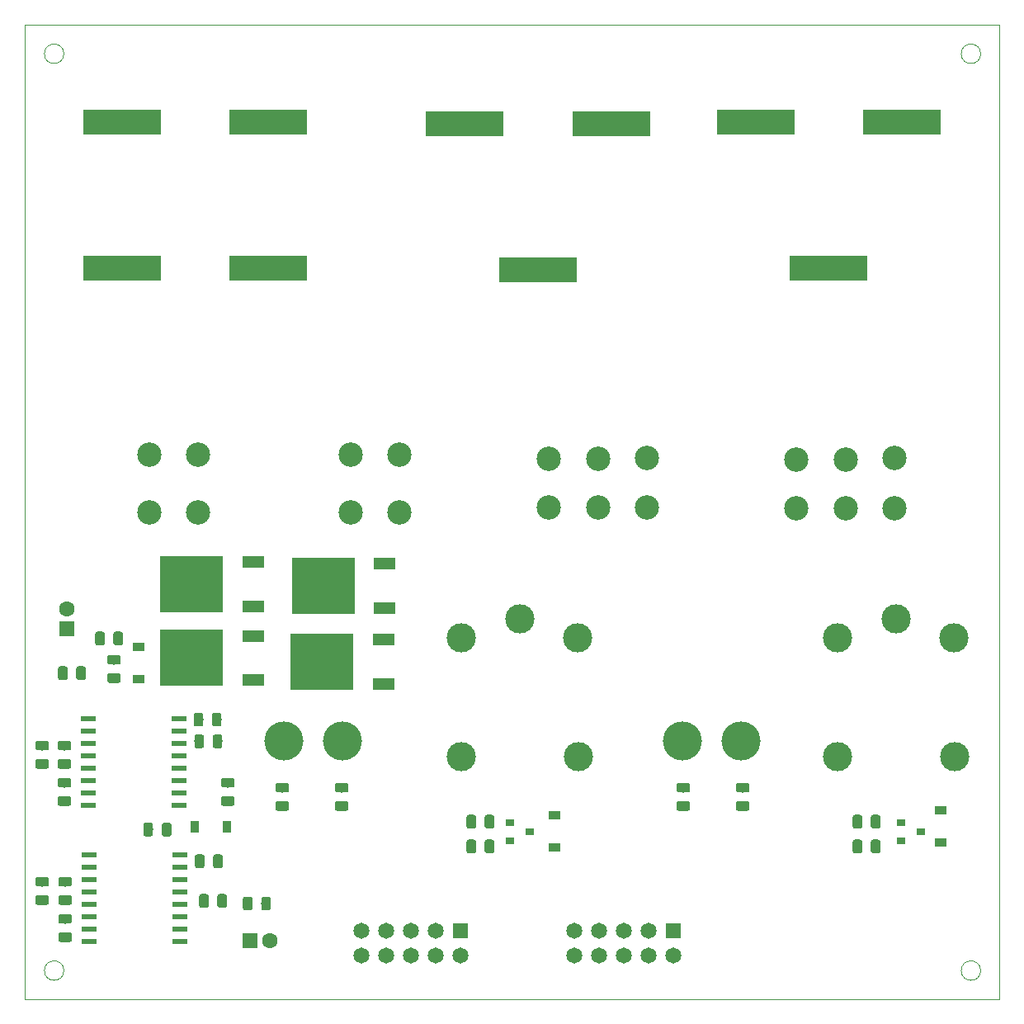
<source format=gbr>
%TF.GenerationSoftware,KiCad,Pcbnew,(5.0.0)*%
%TF.CreationDate,2020-03-24T12:13:02+01:00*%
%TF.ProjectId,Schaltplan_Modul3,536368616C74706C616E5F4D6F64756C,rev?*%
%TF.SameCoordinates,Original*%
%TF.FileFunction,Soldermask,Top*%
%TF.FilePolarity,Negative*%
%FSLAX46Y46*%
G04 Gerber Fmt 4.6, Leading zero omitted, Abs format (unit mm)*
G04 Created by KiCad (PCBNEW (5.0.0)) date 03/24/20 12:13:02*
%MOMM*%
%LPD*%
G01*
G04 APERTURE LIST*
%ADD10C,0.100000*%
%ADD11C,0.150000*%
%ADD12C,0.975000*%
%ADD13C,2.500000*%
%ADD14R,8.000000X2.500000*%
%ADD15R,1.650000X1.650000*%
%ADD16C,1.650000*%
%ADD17C,3.000000*%
%ADD18R,0.900000X0.800000*%
%ADD19R,1.200000X0.900000*%
%ADD20C,4.000000*%
%ADD21R,6.400000X5.800000*%
%ADD22R,2.200000X1.200000*%
%ADD23R,1.500000X0.600000*%
%ADD24R,0.900000X1.200000*%
%ADD25C,1.600000*%
%ADD26R,1.600000X1.600000*%
G04 APERTURE END LIST*
D10*
X94856000Y-142720000D02*
G75*
G03X94856000Y-142720000I-1000000J0D01*
G01*
X188932000Y-142720000D02*
G75*
G03X188932000Y-142720000I-1000000J0D01*
G01*
X188932000Y-48644000D02*
G75*
G03X188932000Y-48644000I-1000000J0D01*
G01*
X94856000Y-48644000D02*
G75*
G03X94856000Y-48644000I-1000000J0D01*
G01*
X190856000Y-45644000D02*
X190856000Y-145644000D01*
X90856000Y-45644000D02*
X90856000Y-145644000D01*
X90856000Y-145644000D02*
X190856000Y-145644000D01*
X90856000Y-45644000D02*
X190856000Y-45644000D01*
D11*
%TO.C,R16*%
G36*
X109011142Y-118495174D02*
X109034803Y-118498684D01*
X109058007Y-118504496D01*
X109080529Y-118512554D01*
X109102153Y-118522782D01*
X109122670Y-118535079D01*
X109141883Y-118549329D01*
X109159607Y-118565393D01*
X109175671Y-118583117D01*
X109189921Y-118602330D01*
X109202218Y-118622847D01*
X109212446Y-118644471D01*
X109220504Y-118666993D01*
X109226316Y-118690197D01*
X109229826Y-118713858D01*
X109231000Y-118737750D01*
X109231000Y-119650250D01*
X109229826Y-119674142D01*
X109226316Y-119697803D01*
X109220504Y-119721007D01*
X109212446Y-119743529D01*
X109202218Y-119765153D01*
X109189921Y-119785670D01*
X109175671Y-119804883D01*
X109159607Y-119822607D01*
X109141883Y-119838671D01*
X109122670Y-119852921D01*
X109102153Y-119865218D01*
X109080529Y-119875446D01*
X109058007Y-119883504D01*
X109034803Y-119889316D01*
X109011142Y-119892826D01*
X108987250Y-119894000D01*
X108499750Y-119894000D01*
X108475858Y-119892826D01*
X108452197Y-119889316D01*
X108428993Y-119883504D01*
X108406471Y-119875446D01*
X108384847Y-119865218D01*
X108364330Y-119852921D01*
X108345117Y-119838671D01*
X108327393Y-119822607D01*
X108311329Y-119804883D01*
X108297079Y-119785670D01*
X108284782Y-119765153D01*
X108274554Y-119743529D01*
X108266496Y-119721007D01*
X108260684Y-119697803D01*
X108257174Y-119674142D01*
X108256000Y-119650250D01*
X108256000Y-118737750D01*
X108257174Y-118713858D01*
X108260684Y-118690197D01*
X108266496Y-118666993D01*
X108274554Y-118644471D01*
X108284782Y-118622847D01*
X108297079Y-118602330D01*
X108311329Y-118583117D01*
X108327393Y-118565393D01*
X108345117Y-118549329D01*
X108364330Y-118535079D01*
X108384847Y-118522782D01*
X108406471Y-118512554D01*
X108428993Y-118504496D01*
X108452197Y-118498684D01*
X108475858Y-118495174D01*
X108499750Y-118494000D01*
X108987250Y-118494000D01*
X109011142Y-118495174D01*
X109011142Y-118495174D01*
G37*
D12*
X108743500Y-119194000D03*
D11*
G36*
X110886142Y-118495174D02*
X110909803Y-118498684D01*
X110933007Y-118504496D01*
X110955529Y-118512554D01*
X110977153Y-118522782D01*
X110997670Y-118535079D01*
X111016883Y-118549329D01*
X111034607Y-118565393D01*
X111050671Y-118583117D01*
X111064921Y-118602330D01*
X111077218Y-118622847D01*
X111087446Y-118644471D01*
X111095504Y-118666993D01*
X111101316Y-118690197D01*
X111104826Y-118713858D01*
X111106000Y-118737750D01*
X111106000Y-119650250D01*
X111104826Y-119674142D01*
X111101316Y-119697803D01*
X111095504Y-119721007D01*
X111087446Y-119743529D01*
X111077218Y-119765153D01*
X111064921Y-119785670D01*
X111050671Y-119804883D01*
X111034607Y-119822607D01*
X111016883Y-119838671D01*
X110997670Y-119852921D01*
X110977153Y-119865218D01*
X110955529Y-119875446D01*
X110933007Y-119883504D01*
X110909803Y-119889316D01*
X110886142Y-119892826D01*
X110862250Y-119894000D01*
X110374750Y-119894000D01*
X110350858Y-119892826D01*
X110327197Y-119889316D01*
X110303993Y-119883504D01*
X110281471Y-119875446D01*
X110259847Y-119865218D01*
X110239330Y-119852921D01*
X110220117Y-119838671D01*
X110202393Y-119822607D01*
X110186329Y-119804883D01*
X110172079Y-119785670D01*
X110159782Y-119765153D01*
X110149554Y-119743529D01*
X110141496Y-119721007D01*
X110135684Y-119697803D01*
X110132174Y-119674142D01*
X110131000Y-119650250D01*
X110131000Y-118737750D01*
X110132174Y-118713858D01*
X110135684Y-118690197D01*
X110141496Y-118666993D01*
X110149554Y-118644471D01*
X110159782Y-118622847D01*
X110172079Y-118602330D01*
X110186329Y-118583117D01*
X110202393Y-118565393D01*
X110220117Y-118549329D01*
X110239330Y-118535079D01*
X110259847Y-118522782D01*
X110281471Y-118512554D01*
X110303993Y-118504496D01*
X110327197Y-118498684D01*
X110350858Y-118495174D01*
X110374750Y-118494000D01*
X110862250Y-118494000D01*
X110886142Y-118495174D01*
X110886142Y-118495174D01*
G37*
D12*
X110618500Y-119194000D03*
%TD*%
D11*
%TO.C,R15*%
G36*
X108936142Y-116270174D02*
X108959803Y-116273684D01*
X108983007Y-116279496D01*
X109005529Y-116287554D01*
X109027153Y-116297782D01*
X109047670Y-116310079D01*
X109066883Y-116324329D01*
X109084607Y-116340393D01*
X109100671Y-116358117D01*
X109114921Y-116377330D01*
X109127218Y-116397847D01*
X109137446Y-116419471D01*
X109145504Y-116441993D01*
X109151316Y-116465197D01*
X109154826Y-116488858D01*
X109156000Y-116512750D01*
X109156000Y-117425250D01*
X109154826Y-117449142D01*
X109151316Y-117472803D01*
X109145504Y-117496007D01*
X109137446Y-117518529D01*
X109127218Y-117540153D01*
X109114921Y-117560670D01*
X109100671Y-117579883D01*
X109084607Y-117597607D01*
X109066883Y-117613671D01*
X109047670Y-117627921D01*
X109027153Y-117640218D01*
X109005529Y-117650446D01*
X108983007Y-117658504D01*
X108959803Y-117664316D01*
X108936142Y-117667826D01*
X108912250Y-117669000D01*
X108424750Y-117669000D01*
X108400858Y-117667826D01*
X108377197Y-117664316D01*
X108353993Y-117658504D01*
X108331471Y-117650446D01*
X108309847Y-117640218D01*
X108289330Y-117627921D01*
X108270117Y-117613671D01*
X108252393Y-117597607D01*
X108236329Y-117579883D01*
X108222079Y-117560670D01*
X108209782Y-117540153D01*
X108199554Y-117518529D01*
X108191496Y-117496007D01*
X108185684Y-117472803D01*
X108182174Y-117449142D01*
X108181000Y-117425250D01*
X108181000Y-116512750D01*
X108182174Y-116488858D01*
X108185684Y-116465197D01*
X108191496Y-116441993D01*
X108199554Y-116419471D01*
X108209782Y-116397847D01*
X108222079Y-116377330D01*
X108236329Y-116358117D01*
X108252393Y-116340393D01*
X108270117Y-116324329D01*
X108289330Y-116310079D01*
X108309847Y-116297782D01*
X108331471Y-116287554D01*
X108353993Y-116279496D01*
X108377197Y-116273684D01*
X108400858Y-116270174D01*
X108424750Y-116269000D01*
X108912250Y-116269000D01*
X108936142Y-116270174D01*
X108936142Y-116270174D01*
G37*
D12*
X108668500Y-116969000D03*
D11*
G36*
X110811142Y-116270174D02*
X110834803Y-116273684D01*
X110858007Y-116279496D01*
X110880529Y-116287554D01*
X110902153Y-116297782D01*
X110922670Y-116310079D01*
X110941883Y-116324329D01*
X110959607Y-116340393D01*
X110975671Y-116358117D01*
X110989921Y-116377330D01*
X111002218Y-116397847D01*
X111012446Y-116419471D01*
X111020504Y-116441993D01*
X111026316Y-116465197D01*
X111029826Y-116488858D01*
X111031000Y-116512750D01*
X111031000Y-117425250D01*
X111029826Y-117449142D01*
X111026316Y-117472803D01*
X111020504Y-117496007D01*
X111012446Y-117518529D01*
X111002218Y-117540153D01*
X110989921Y-117560670D01*
X110975671Y-117579883D01*
X110959607Y-117597607D01*
X110941883Y-117613671D01*
X110922670Y-117627921D01*
X110902153Y-117640218D01*
X110880529Y-117650446D01*
X110858007Y-117658504D01*
X110834803Y-117664316D01*
X110811142Y-117667826D01*
X110787250Y-117669000D01*
X110299750Y-117669000D01*
X110275858Y-117667826D01*
X110252197Y-117664316D01*
X110228993Y-117658504D01*
X110206471Y-117650446D01*
X110184847Y-117640218D01*
X110164330Y-117627921D01*
X110145117Y-117613671D01*
X110127393Y-117597607D01*
X110111329Y-117579883D01*
X110097079Y-117560670D01*
X110084782Y-117540153D01*
X110074554Y-117518529D01*
X110066496Y-117496007D01*
X110060684Y-117472803D01*
X110057174Y-117449142D01*
X110056000Y-117425250D01*
X110056000Y-116512750D01*
X110057174Y-116488858D01*
X110060684Y-116465197D01*
X110066496Y-116441993D01*
X110074554Y-116419471D01*
X110084782Y-116397847D01*
X110097079Y-116377330D01*
X110111329Y-116358117D01*
X110127393Y-116340393D01*
X110145117Y-116324329D01*
X110164330Y-116310079D01*
X110184847Y-116297782D01*
X110206471Y-116287554D01*
X110228993Y-116279496D01*
X110252197Y-116273684D01*
X110275858Y-116270174D01*
X110299750Y-116269000D01*
X110787250Y-116269000D01*
X110811142Y-116270174D01*
X110811142Y-116270174D01*
G37*
D12*
X110543500Y-116969000D03*
%TD*%
D13*
%TO.C,J6*%
X144646000Y-95194000D03*
X144646000Y-90194000D03*
X149646000Y-95194000D03*
X154646000Y-95194000D03*
X149646000Y-90194000D03*
X154646000Y-90094000D03*
%TD*%
D11*
%TO.C,R4*%
G36*
X109060642Y-130797174D02*
X109084303Y-130800684D01*
X109107507Y-130806496D01*
X109130029Y-130814554D01*
X109151653Y-130824782D01*
X109172170Y-130837079D01*
X109191383Y-130851329D01*
X109209107Y-130867393D01*
X109225171Y-130885117D01*
X109239421Y-130904330D01*
X109251718Y-130924847D01*
X109261946Y-130946471D01*
X109270004Y-130968993D01*
X109275816Y-130992197D01*
X109279326Y-131015858D01*
X109280500Y-131039750D01*
X109280500Y-131952250D01*
X109279326Y-131976142D01*
X109275816Y-131999803D01*
X109270004Y-132023007D01*
X109261946Y-132045529D01*
X109251718Y-132067153D01*
X109239421Y-132087670D01*
X109225171Y-132106883D01*
X109209107Y-132124607D01*
X109191383Y-132140671D01*
X109172170Y-132154921D01*
X109151653Y-132167218D01*
X109130029Y-132177446D01*
X109107507Y-132185504D01*
X109084303Y-132191316D01*
X109060642Y-132194826D01*
X109036750Y-132196000D01*
X108549250Y-132196000D01*
X108525358Y-132194826D01*
X108501697Y-132191316D01*
X108478493Y-132185504D01*
X108455971Y-132177446D01*
X108434347Y-132167218D01*
X108413830Y-132154921D01*
X108394617Y-132140671D01*
X108376893Y-132124607D01*
X108360829Y-132106883D01*
X108346579Y-132087670D01*
X108334282Y-132067153D01*
X108324054Y-132045529D01*
X108315996Y-132023007D01*
X108310184Y-131999803D01*
X108306674Y-131976142D01*
X108305500Y-131952250D01*
X108305500Y-131039750D01*
X108306674Y-131015858D01*
X108310184Y-130992197D01*
X108315996Y-130968993D01*
X108324054Y-130946471D01*
X108334282Y-130924847D01*
X108346579Y-130904330D01*
X108360829Y-130885117D01*
X108376893Y-130867393D01*
X108394617Y-130851329D01*
X108413830Y-130837079D01*
X108434347Y-130824782D01*
X108455971Y-130814554D01*
X108478493Y-130806496D01*
X108501697Y-130800684D01*
X108525358Y-130797174D01*
X108549250Y-130796000D01*
X109036750Y-130796000D01*
X109060642Y-130797174D01*
X109060642Y-130797174D01*
G37*
D12*
X108793000Y-131496000D03*
D11*
G36*
X110935642Y-130797174D02*
X110959303Y-130800684D01*
X110982507Y-130806496D01*
X111005029Y-130814554D01*
X111026653Y-130824782D01*
X111047170Y-130837079D01*
X111066383Y-130851329D01*
X111084107Y-130867393D01*
X111100171Y-130885117D01*
X111114421Y-130904330D01*
X111126718Y-130924847D01*
X111136946Y-130946471D01*
X111145004Y-130968993D01*
X111150816Y-130992197D01*
X111154326Y-131015858D01*
X111155500Y-131039750D01*
X111155500Y-131952250D01*
X111154326Y-131976142D01*
X111150816Y-131999803D01*
X111145004Y-132023007D01*
X111136946Y-132045529D01*
X111126718Y-132067153D01*
X111114421Y-132087670D01*
X111100171Y-132106883D01*
X111084107Y-132124607D01*
X111066383Y-132140671D01*
X111047170Y-132154921D01*
X111026653Y-132167218D01*
X111005029Y-132177446D01*
X110982507Y-132185504D01*
X110959303Y-132191316D01*
X110935642Y-132194826D01*
X110911750Y-132196000D01*
X110424250Y-132196000D01*
X110400358Y-132194826D01*
X110376697Y-132191316D01*
X110353493Y-132185504D01*
X110330971Y-132177446D01*
X110309347Y-132167218D01*
X110288830Y-132154921D01*
X110269617Y-132140671D01*
X110251893Y-132124607D01*
X110235829Y-132106883D01*
X110221579Y-132087670D01*
X110209282Y-132067153D01*
X110199054Y-132045529D01*
X110190996Y-132023007D01*
X110185184Y-131999803D01*
X110181674Y-131976142D01*
X110180500Y-131952250D01*
X110180500Y-131039750D01*
X110181674Y-131015858D01*
X110185184Y-130992197D01*
X110190996Y-130968993D01*
X110199054Y-130946471D01*
X110209282Y-130924847D01*
X110221579Y-130904330D01*
X110235829Y-130885117D01*
X110251893Y-130867393D01*
X110269617Y-130851329D01*
X110288830Y-130837079D01*
X110309347Y-130824782D01*
X110330971Y-130814554D01*
X110353493Y-130806496D01*
X110376697Y-130800684D01*
X110400358Y-130797174D01*
X110424250Y-130796000D01*
X110911750Y-130796000D01*
X110935642Y-130797174D01*
X110935642Y-130797174D01*
G37*
D12*
X110668000Y-131496000D03*
%TD*%
D11*
%TO.C,R3*%
G36*
X109490142Y-134861174D02*
X109513803Y-134864684D01*
X109537007Y-134870496D01*
X109559529Y-134878554D01*
X109581153Y-134888782D01*
X109601670Y-134901079D01*
X109620883Y-134915329D01*
X109638607Y-134931393D01*
X109654671Y-134949117D01*
X109668921Y-134968330D01*
X109681218Y-134988847D01*
X109691446Y-135010471D01*
X109699504Y-135032993D01*
X109705316Y-135056197D01*
X109708826Y-135079858D01*
X109710000Y-135103750D01*
X109710000Y-136016250D01*
X109708826Y-136040142D01*
X109705316Y-136063803D01*
X109699504Y-136087007D01*
X109691446Y-136109529D01*
X109681218Y-136131153D01*
X109668921Y-136151670D01*
X109654671Y-136170883D01*
X109638607Y-136188607D01*
X109620883Y-136204671D01*
X109601670Y-136218921D01*
X109581153Y-136231218D01*
X109559529Y-136241446D01*
X109537007Y-136249504D01*
X109513803Y-136255316D01*
X109490142Y-136258826D01*
X109466250Y-136260000D01*
X108978750Y-136260000D01*
X108954858Y-136258826D01*
X108931197Y-136255316D01*
X108907993Y-136249504D01*
X108885471Y-136241446D01*
X108863847Y-136231218D01*
X108843330Y-136218921D01*
X108824117Y-136204671D01*
X108806393Y-136188607D01*
X108790329Y-136170883D01*
X108776079Y-136151670D01*
X108763782Y-136131153D01*
X108753554Y-136109529D01*
X108745496Y-136087007D01*
X108739684Y-136063803D01*
X108736174Y-136040142D01*
X108735000Y-136016250D01*
X108735000Y-135103750D01*
X108736174Y-135079858D01*
X108739684Y-135056197D01*
X108745496Y-135032993D01*
X108753554Y-135010471D01*
X108763782Y-134988847D01*
X108776079Y-134968330D01*
X108790329Y-134949117D01*
X108806393Y-134931393D01*
X108824117Y-134915329D01*
X108843330Y-134901079D01*
X108863847Y-134888782D01*
X108885471Y-134878554D01*
X108907993Y-134870496D01*
X108931197Y-134864684D01*
X108954858Y-134861174D01*
X108978750Y-134860000D01*
X109466250Y-134860000D01*
X109490142Y-134861174D01*
X109490142Y-134861174D01*
G37*
D12*
X109222500Y-135560000D03*
D11*
G36*
X111365142Y-134861174D02*
X111388803Y-134864684D01*
X111412007Y-134870496D01*
X111434529Y-134878554D01*
X111456153Y-134888782D01*
X111476670Y-134901079D01*
X111495883Y-134915329D01*
X111513607Y-134931393D01*
X111529671Y-134949117D01*
X111543921Y-134968330D01*
X111556218Y-134988847D01*
X111566446Y-135010471D01*
X111574504Y-135032993D01*
X111580316Y-135056197D01*
X111583826Y-135079858D01*
X111585000Y-135103750D01*
X111585000Y-136016250D01*
X111583826Y-136040142D01*
X111580316Y-136063803D01*
X111574504Y-136087007D01*
X111566446Y-136109529D01*
X111556218Y-136131153D01*
X111543921Y-136151670D01*
X111529671Y-136170883D01*
X111513607Y-136188607D01*
X111495883Y-136204671D01*
X111476670Y-136218921D01*
X111456153Y-136231218D01*
X111434529Y-136241446D01*
X111412007Y-136249504D01*
X111388803Y-136255316D01*
X111365142Y-136258826D01*
X111341250Y-136260000D01*
X110853750Y-136260000D01*
X110829858Y-136258826D01*
X110806197Y-136255316D01*
X110782993Y-136249504D01*
X110760471Y-136241446D01*
X110738847Y-136231218D01*
X110718330Y-136218921D01*
X110699117Y-136204671D01*
X110681393Y-136188607D01*
X110665329Y-136170883D01*
X110651079Y-136151670D01*
X110638782Y-136131153D01*
X110628554Y-136109529D01*
X110620496Y-136087007D01*
X110614684Y-136063803D01*
X110611174Y-136040142D01*
X110610000Y-136016250D01*
X110610000Y-135103750D01*
X110611174Y-135079858D01*
X110614684Y-135056197D01*
X110620496Y-135032993D01*
X110628554Y-135010471D01*
X110638782Y-134988847D01*
X110651079Y-134968330D01*
X110665329Y-134949117D01*
X110681393Y-134931393D01*
X110699117Y-134915329D01*
X110718330Y-134901079D01*
X110738847Y-134888782D01*
X110760471Y-134878554D01*
X110782993Y-134870496D01*
X110806197Y-134864684D01*
X110829858Y-134861174D01*
X110853750Y-134860000D01*
X111341250Y-134860000D01*
X111365142Y-134861174D01*
X111365142Y-134861174D01*
G37*
D12*
X111097500Y-135560000D03*
%TD*%
D13*
%TO.C,J1*%
X129256000Y-89744000D03*
X124256000Y-89744000D03*
X129256000Y-95744000D03*
X124256000Y-95744000D03*
%TD*%
D14*
%TO.C,TP2*%
X115856000Y-70644000D03*
%TD*%
%TO.C,TP6*%
X100856000Y-70644000D03*
%TD*%
%TO.C,TP10*%
X151019600Y-55847200D03*
%TD*%
%TO.C,TP7*%
X100856000Y-55644000D03*
%TD*%
%TO.C,TP3*%
X173330400Y-70644000D03*
%TD*%
%TO.C,TP5*%
X180830400Y-55644000D03*
%TD*%
%TO.C,TP8*%
X143503200Y-70829400D03*
%TD*%
%TO.C,TP1*%
X115856000Y-55644000D03*
%TD*%
%TO.C,TP9*%
X136003200Y-55829400D03*
%TD*%
D13*
%TO.C,J4*%
X170046000Y-95244000D03*
X170046000Y-90244000D03*
X175046000Y-95244000D03*
X180046000Y-95244000D03*
X175046000Y-90244000D03*
X180046000Y-90144000D03*
%TD*%
D15*
%TO.C,J2*%
X157404000Y-138608000D03*
D16*
X157404000Y-141148000D03*
X154864000Y-138608000D03*
X154864000Y-141148000D03*
X152324000Y-138608000D03*
X152324000Y-141148000D03*
X149784000Y-138608000D03*
X149784000Y-141148000D03*
X147244000Y-138608000D03*
X147244000Y-141148000D03*
%TD*%
D13*
%TO.C,J5*%
X108646000Y-89744000D03*
X103646000Y-89744000D03*
X108646000Y-95744000D03*
X103646000Y-95744000D03*
%TD*%
D14*
%TO.C,TP4*%
X165830400Y-55644000D03*
%TD*%
D11*
%TO.C,R14*%
G36*
X136922142Y-126733174D02*
X136945803Y-126736684D01*
X136969007Y-126742496D01*
X136991529Y-126750554D01*
X137013153Y-126760782D01*
X137033670Y-126773079D01*
X137052883Y-126787329D01*
X137070607Y-126803393D01*
X137086671Y-126821117D01*
X137100921Y-126840330D01*
X137113218Y-126860847D01*
X137123446Y-126882471D01*
X137131504Y-126904993D01*
X137137316Y-126928197D01*
X137140826Y-126951858D01*
X137142000Y-126975750D01*
X137142000Y-127888250D01*
X137140826Y-127912142D01*
X137137316Y-127935803D01*
X137131504Y-127959007D01*
X137123446Y-127981529D01*
X137113218Y-128003153D01*
X137100921Y-128023670D01*
X137086671Y-128042883D01*
X137070607Y-128060607D01*
X137052883Y-128076671D01*
X137033670Y-128090921D01*
X137013153Y-128103218D01*
X136991529Y-128113446D01*
X136969007Y-128121504D01*
X136945803Y-128127316D01*
X136922142Y-128130826D01*
X136898250Y-128132000D01*
X136410750Y-128132000D01*
X136386858Y-128130826D01*
X136363197Y-128127316D01*
X136339993Y-128121504D01*
X136317471Y-128113446D01*
X136295847Y-128103218D01*
X136275330Y-128090921D01*
X136256117Y-128076671D01*
X136238393Y-128060607D01*
X136222329Y-128042883D01*
X136208079Y-128023670D01*
X136195782Y-128003153D01*
X136185554Y-127981529D01*
X136177496Y-127959007D01*
X136171684Y-127935803D01*
X136168174Y-127912142D01*
X136167000Y-127888250D01*
X136167000Y-126975750D01*
X136168174Y-126951858D01*
X136171684Y-126928197D01*
X136177496Y-126904993D01*
X136185554Y-126882471D01*
X136195782Y-126860847D01*
X136208079Y-126840330D01*
X136222329Y-126821117D01*
X136238393Y-126803393D01*
X136256117Y-126787329D01*
X136275330Y-126773079D01*
X136295847Y-126760782D01*
X136317471Y-126750554D01*
X136339993Y-126742496D01*
X136363197Y-126736684D01*
X136386858Y-126733174D01*
X136410750Y-126732000D01*
X136898250Y-126732000D01*
X136922142Y-126733174D01*
X136922142Y-126733174D01*
G37*
D12*
X136654500Y-127432000D03*
D11*
G36*
X138797142Y-126733174D02*
X138820803Y-126736684D01*
X138844007Y-126742496D01*
X138866529Y-126750554D01*
X138888153Y-126760782D01*
X138908670Y-126773079D01*
X138927883Y-126787329D01*
X138945607Y-126803393D01*
X138961671Y-126821117D01*
X138975921Y-126840330D01*
X138988218Y-126860847D01*
X138998446Y-126882471D01*
X139006504Y-126904993D01*
X139012316Y-126928197D01*
X139015826Y-126951858D01*
X139017000Y-126975750D01*
X139017000Y-127888250D01*
X139015826Y-127912142D01*
X139012316Y-127935803D01*
X139006504Y-127959007D01*
X138998446Y-127981529D01*
X138988218Y-128003153D01*
X138975921Y-128023670D01*
X138961671Y-128042883D01*
X138945607Y-128060607D01*
X138927883Y-128076671D01*
X138908670Y-128090921D01*
X138888153Y-128103218D01*
X138866529Y-128113446D01*
X138844007Y-128121504D01*
X138820803Y-128127316D01*
X138797142Y-128130826D01*
X138773250Y-128132000D01*
X138285750Y-128132000D01*
X138261858Y-128130826D01*
X138238197Y-128127316D01*
X138214993Y-128121504D01*
X138192471Y-128113446D01*
X138170847Y-128103218D01*
X138150330Y-128090921D01*
X138131117Y-128076671D01*
X138113393Y-128060607D01*
X138097329Y-128042883D01*
X138083079Y-128023670D01*
X138070782Y-128003153D01*
X138060554Y-127981529D01*
X138052496Y-127959007D01*
X138046684Y-127935803D01*
X138043174Y-127912142D01*
X138042000Y-127888250D01*
X138042000Y-126975750D01*
X138043174Y-126951858D01*
X138046684Y-126928197D01*
X138052496Y-126904993D01*
X138060554Y-126882471D01*
X138070782Y-126860847D01*
X138083079Y-126840330D01*
X138097329Y-126821117D01*
X138113393Y-126803393D01*
X138131117Y-126787329D01*
X138150330Y-126773079D01*
X138170847Y-126760782D01*
X138192471Y-126750554D01*
X138214993Y-126742496D01*
X138238197Y-126736684D01*
X138261858Y-126733174D01*
X138285750Y-126732000D01*
X138773250Y-126732000D01*
X138797142Y-126733174D01*
X138797142Y-126733174D01*
G37*
D12*
X138529500Y-127432000D03*
%TD*%
D11*
%TO.C,R9*%
G36*
X178421142Y-129273174D02*
X178444803Y-129276684D01*
X178468007Y-129282496D01*
X178490529Y-129290554D01*
X178512153Y-129300782D01*
X178532670Y-129313079D01*
X178551883Y-129327329D01*
X178569607Y-129343393D01*
X178585671Y-129361117D01*
X178599921Y-129380330D01*
X178612218Y-129400847D01*
X178622446Y-129422471D01*
X178630504Y-129444993D01*
X178636316Y-129468197D01*
X178639826Y-129491858D01*
X178641000Y-129515750D01*
X178641000Y-130428250D01*
X178639826Y-130452142D01*
X178636316Y-130475803D01*
X178630504Y-130499007D01*
X178622446Y-130521529D01*
X178612218Y-130543153D01*
X178599921Y-130563670D01*
X178585671Y-130582883D01*
X178569607Y-130600607D01*
X178551883Y-130616671D01*
X178532670Y-130630921D01*
X178512153Y-130643218D01*
X178490529Y-130653446D01*
X178468007Y-130661504D01*
X178444803Y-130667316D01*
X178421142Y-130670826D01*
X178397250Y-130672000D01*
X177909750Y-130672000D01*
X177885858Y-130670826D01*
X177862197Y-130667316D01*
X177838993Y-130661504D01*
X177816471Y-130653446D01*
X177794847Y-130643218D01*
X177774330Y-130630921D01*
X177755117Y-130616671D01*
X177737393Y-130600607D01*
X177721329Y-130582883D01*
X177707079Y-130563670D01*
X177694782Y-130543153D01*
X177684554Y-130521529D01*
X177676496Y-130499007D01*
X177670684Y-130475803D01*
X177667174Y-130452142D01*
X177666000Y-130428250D01*
X177666000Y-129515750D01*
X177667174Y-129491858D01*
X177670684Y-129468197D01*
X177676496Y-129444993D01*
X177684554Y-129422471D01*
X177694782Y-129400847D01*
X177707079Y-129380330D01*
X177721329Y-129361117D01*
X177737393Y-129343393D01*
X177755117Y-129327329D01*
X177774330Y-129313079D01*
X177794847Y-129300782D01*
X177816471Y-129290554D01*
X177838993Y-129282496D01*
X177862197Y-129276684D01*
X177885858Y-129273174D01*
X177909750Y-129272000D01*
X178397250Y-129272000D01*
X178421142Y-129273174D01*
X178421142Y-129273174D01*
G37*
D12*
X178153500Y-129972000D03*
D11*
G36*
X176546142Y-129273174D02*
X176569803Y-129276684D01*
X176593007Y-129282496D01*
X176615529Y-129290554D01*
X176637153Y-129300782D01*
X176657670Y-129313079D01*
X176676883Y-129327329D01*
X176694607Y-129343393D01*
X176710671Y-129361117D01*
X176724921Y-129380330D01*
X176737218Y-129400847D01*
X176747446Y-129422471D01*
X176755504Y-129444993D01*
X176761316Y-129468197D01*
X176764826Y-129491858D01*
X176766000Y-129515750D01*
X176766000Y-130428250D01*
X176764826Y-130452142D01*
X176761316Y-130475803D01*
X176755504Y-130499007D01*
X176747446Y-130521529D01*
X176737218Y-130543153D01*
X176724921Y-130563670D01*
X176710671Y-130582883D01*
X176694607Y-130600607D01*
X176676883Y-130616671D01*
X176657670Y-130630921D01*
X176637153Y-130643218D01*
X176615529Y-130653446D01*
X176593007Y-130661504D01*
X176569803Y-130667316D01*
X176546142Y-130670826D01*
X176522250Y-130672000D01*
X176034750Y-130672000D01*
X176010858Y-130670826D01*
X175987197Y-130667316D01*
X175963993Y-130661504D01*
X175941471Y-130653446D01*
X175919847Y-130643218D01*
X175899330Y-130630921D01*
X175880117Y-130616671D01*
X175862393Y-130600607D01*
X175846329Y-130582883D01*
X175832079Y-130563670D01*
X175819782Y-130543153D01*
X175809554Y-130521529D01*
X175801496Y-130499007D01*
X175795684Y-130475803D01*
X175792174Y-130452142D01*
X175791000Y-130428250D01*
X175791000Y-129515750D01*
X175792174Y-129491858D01*
X175795684Y-129468197D01*
X175801496Y-129444993D01*
X175809554Y-129422471D01*
X175819782Y-129400847D01*
X175832079Y-129380330D01*
X175846329Y-129361117D01*
X175862393Y-129343393D01*
X175880117Y-129327329D01*
X175899330Y-129313079D01*
X175919847Y-129300782D01*
X175941471Y-129290554D01*
X175963993Y-129282496D01*
X175987197Y-129276684D01*
X176010858Y-129273174D01*
X176034750Y-129272000D01*
X176522250Y-129272000D01*
X176546142Y-129273174D01*
X176546142Y-129273174D01*
G37*
D12*
X176278500Y-129972000D03*
%TD*%
D11*
%TO.C,R10*%
G36*
X176546142Y-126733174D02*
X176569803Y-126736684D01*
X176593007Y-126742496D01*
X176615529Y-126750554D01*
X176637153Y-126760782D01*
X176657670Y-126773079D01*
X176676883Y-126787329D01*
X176694607Y-126803393D01*
X176710671Y-126821117D01*
X176724921Y-126840330D01*
X176737218Y-126860847D01*
X176747446Y-126882471D01*
X176755504Y-126904993D01*
X176761316Y-126928197D01*
X176764826Y-126951858D01*
X176766000Y-126975750D01*
X176766000Y-127888250D01*
X176764826Y-127912142D01*
X176761316Y-127935803D01*
X176755504Y-127959007D01*
X176747446Y-127981529D01*
X176737218Y-128003153D01*
X176724921Y-128023670D01*
X176710671Y-128042883D01*
X176694607Y-128060607D01*
X176676883Y-128076671D01*
X176657670Y-128090921D01*
X176637153Y-128103218D01*
X176615529Y-128113446D01*
X176593007Y-128121504D01*
X176569803Y-128127316D01*
X176546142Y-128130826D01*
X176522250Y-128132000D01*
X176034750Y-128132000D01*
X176010858Y-128130826D01*
X175987197Y-128127316D01*
X175963993Y-128121504D01*
X175941471Y-128113446D01*
X175919847Y-128103218D01*
X175899330Y-128090921D01*
X175880117Y-128076671D01*
X175862393Y-128060607D01*
X175846329Y-128042883D01*
X175832079Y-128023670D01*
X175819782Y-128003153D01*
X175809554Y-127981529D01*
X175801496Y-127959007D01*
X175795684Y-127935803D01*
X175792174Y-127912142D01*
X175791000Y-127888250D01*
X175791000Y-126975750D01*
X175792174Y-126951858D01*
X175795684Y-126928197D01*
X175801496Y-126904993D01*
X175809554Y-126882471D01*
X175819782Y-126860847D01*
X175832079Y-126840330D01*
X175846329Y-126821117D01*
X175862393Y-126803393D01*
X175880117Y-126787329D01*
X175899330Y-126773079D01*
X175919847Y-126760782D01*
X175941471Y-126750554D01*
X175963993Y-126742496D01*
X175987197Y-126736684D01*
X176010858Y-126733174D01*
X176034750Y-126732000D01*
X176522250Y-126732000D01*
X176546142Y-126733174D01*
X176546142Y-126733174D01*
G37*
D12*
X176278500Y-127432000D03*
D11*
G36*
X178421142Y-126733174D02*
X178444803Y-126736684D01*
X178468007Y-126742496D01*
X178490529Y-126750554D01*
X178512153Y-126760782D01*
X178532670Y-126773079D01*
X178551883Y-126787329D01*
X178569607Y-126803393D01*
X178585671Y-126821117D01*
X178599921Y-126840330D01*
X178612218Y-126860847D01*
X178622446Y-126882471D01*
X178630504Y-126904993D01*
X178636316Y-126928197D01*
X178639826Y-126951858D01*
X178641000Y-126975750D01*
X178641000Y-127888250D01*
X178639826Y-127912142D01*
X178636316Y-127935803D01*
X178630504Y-127959007D01*
X178622446Y-127981529D01*
X178612218Y-128003153D01*
X178599921Y-128023670D01*
X178585671Y-128042883D01*
X178569607Y-128060607D01*
X178551883Y-128076671D01*
X178532670Y-128090921D01*
X178512153Y-128103218D01*
X178490529Y-128113446D01*
X178468007Y-128121504D01*
X178444803Y-128127316D01*
X178421142Y-128130826D01*
X178397250Y-128132000D01*
X177909750Y-128132000D01*
X177885858Y-128130826D01*
X177862197Y-128127316D01*
X177838993Y-128121504D01*
X177816471Y-128113446D01*
X177794847Y-128103218D01*
X177774330Y-128090921D01*
X177755117Y-128076671D01*
X177737393Y-128060607D01*
X177721329Y-128042883D01*
X177707079Y-128023670D01*
X177694782Y-128003153D01*
X177684554Y-127981529D01*
X177676496Y-127959007D01*
X177670684Y-127935803D01*
X177667174Y-127912142D01*
X177666000Y-127888250D01*
X177666000Y-126975750D01*
X177667174Y-126951858D01*
X177670684Y-126928197D01*
X177676496Y-126904993D01*
X177684554Y-126882471D01*
X177694782Y-126860847D01*
X177707079Y-126840330D01*
X177721329Y-126821117D01*
X177737393Y-126803393D01*
X177755117Y-126787329D01*
X177774330Y-126773079D01*
X177794847Y-126760782D01*
X177816471Y-126750554D01*
X177838993Y-126742496D01*
X177862197Y-126736684D01*
X177885858Y-126733174D01*
X177909750Y-126732000D01*
X178397250Y-126732000D01*
X178421142Y-126733174D01*
X178421142Y-126733174D01*
G37*
D12*
X178153500Y-127432000D03*
%TD*%
D11*
%TO.C,R11*%
G36*
X123848142Y-125343174D02*
X123871803Y-125346684D01*
X123895007Y-125352496D01*
X123917529Y-125360554D01*
X123939153Y-125370782D01*
X123959670Y-125383079D01*
X123978883Y-125397329D01*
X123996607Y-125413393D01*
X124012671Y-125431117D01*
X124026921Y-125450330D01*
X124039218Y-125470847D01*
X124049446Y-125492471D01*
X124057504Y-125514993D01*
X124063316Y-125538197D01*
X124066826Y-125561858D01*
X124068000Y-125585750D01*
X124068000Y-126073250D01*
X124066826Y-126097142D01*
X124063316Y-126120803D01*
X124057504Y-126144007D01*
X124049446Y-126166529D01*
X124039218Y-126188153D01*
X124026921Y-126208670D01*
X124012671Y-126227883D01*
X123996607Y-126245607D01*
X123978883Y-126261671D01*
X123959670Y-126275921D01*
X123939153Y-126288218D01*
X123917529Y-126298446D01*
X123895007Y-126306504D01*
X123871803Y-126312316D01*
X123848142Y-126315826D01*
X123824250Y-126317000D01*
X122911750Y-126317000D01*
X122887858Y-126315826D01*
X122864197Y-126312316D01*
X122840993Y-126306504D01*
X122818471Y-126298446D01*
X122796847Y-126288218D01*
X122776330Y-126275921D01*
X122757117Y-126261671D01*
X122739393Y-126245607D01*
X122723329Y-126227883D01*
X122709079Y-126208670D01*
X122696782Y-126188153D01*
X122686554Y-126166529D01*
X122678496Y-126144007D01*
X122672684Y-126120803D01*
X122669174Y-126097142D01*
X122668000Y-126073250D01*
X122668000Y-125585750D01*
X122669174Y-125561858D01*
X122672684Y-125538197D01*
X122678496Y-125514993D01*
X122686554Y-125492471D01*
X122696782Y-125470847D01*
X122709079Y-125450330D01*
X122723329Y-125431117D01*
X122739393Y-125413393D01*
X122757117Y-125397329D01*
X122776330Y-125383079D01*
X122796847Y-125370782D01*
X122818471Y-125360554D01*
X122840993Y-125352496D01*
X122864197Y-125346684D01*
X122887858Y-125343174D01*
X122911750Y-125342000D01*
X123824250Y-125342000D01*
X123848142Y-125343174D01*
X123848142Y-125343174D01*
G37*
D12*
X123368000Y-125829500D03*
D11*
G36*
X123848142Y-123468174D02*
X123871803Y-123471684D01*
X123895007Y-123477496D01*
X123917529Y-123485554D01*
X123939153Y-123495782D01*
X123959670Y-123508079D01*
X123978883Y-123522329D01*
X123996607Y-123538393D01*
X124012671Y-123556117D01*
X124026921Y-123575330D01*
X124039218Y-123595847D01*
X124049446Y-123617471D01*
X124057504Y-123639993D01*
X124063316Y-123663197D01*
X124066826Y-123686858D01*
X124068000Y-123710750D01*
X124068000Y-124198250D01*
X124066826Y-124222142D01*
X124063316Y-124245803D01*
X124057504Y-124269007D01*
X124049446Y-124291529D01*
X124039218Y-124313153D01*
X124026921Y-124333670D01*
X124012671Y-124352883D01*
X123996607Y-124370607D01*
X123978883Y-124386671D01*
X123959670Y-124400921D01*
X123939153Y-124413218D01*
X123917529Y-124423446D01*
X123895007Y-124431504D01*
X123871803Y-124437316D01*
X123848142Y-124440826D01*
X123824250Y-124442000D01*
X122911750Y-124442000D01*
X122887858Y-124440826D01*
X122864197Y-124437316D01*
X122840993Y-124431504D01*
X122818471Y-124423446D01*
X122796847Y-124413218D01*
X122776330Y-124400921D01*
X122757117Y-124386671D01*
X122739393Y-124370607D01*
X122723329Y-124352883D01*
X122709079Y-124333670D01*
X122696782Y-124313153D01*
X122686554Y-124291529D01*
X122678496Y-124269007D01*
X122672684Y-124245803D01*
X122669174Y-124222142D01*
X122668000Y-124198250D01*
X122668000Y-123710750D01*
X122669174Y-123686858D01*
X122672684Y-123663197D01*
X122678496Y-123639993D01*
X122686554Y-123617471D01*
X122696782Y-123595847D01*
X122709079Y-123575330D01*
X122723329Y-123556117D01*
X122739393Y-123538393D01*
X122757117Y-123522329D01*
X122776330Y-123508079D01*
X122796847Y-123495782D01*
X122818471Y-123485554D01*
X122840993Y-123477496D01*
X122864197Y-123471684D01*
X122887858Y-123468174D01*
X122911750Y-123467000D01*
X123824250Y-123467000D01*
X123848142Y-123468174D01*
X123848142Y-123468174D01*
G37*
D12*
X123368000Y-123954500D03*
%TD*%
D11*
%TO.C,R12*%
G36*
X164996142Y-125343174D02*
X165019803Y-125346684D01*
X165043007Y-125352496D01*
X165065529Y-125360554D01*
X165087153Y-125370782D01*
X165107670Y-125383079D01*
X165126883Y-125397329D01*
X165144607Y-125413393D01*
X165160671Y-125431117D01*
X165174921Y-125450330D01*
X165187218Y-125470847D01*
X165197446Y-125492471D01*
X165205504Y-125514993D01*
X165211316Y-125538197D01*
X165214826Y-125561858D01*
X165216000Y-125585750D01*
X165216000Y-126073250D01*
X165214826Y-126097142D01*
X165211316Y-126120803D01*
X165205504Y-126144007D01*
X165197446Y-126166529D01*
X165187218Y-126188153D01*
X165174921Y-126208670D01*
X165160671Y-126227883D01*
X165144607Y-126245607D01*
X165126883Y-126261671D01*
X165107670Y-126275921D01*
X165087153Y-126288218D01*
X165065529Y-126298446D01*
X165043007Y-126306504D01*
X165019803Y-126312316D01*
X164996142Y-126315826D01*
X164972250Y-126317000D01*
X164059750Y-126317000D01*
X164035858Y-126315826D01*
X164012197Y-126312316D01*
X163988993Y-126306504D01*
X163966471Y-126298446D01*
X163944847Y-126288218D01*
X163924330Y-126275921D01*
X163905117Y-126261671D01*
X163887393Y-126245607D01*
X163871329Y-126227883D01*
X163857079Y-126208670D01*
X163844782Y-126188153D01*
X163834554Y-126166529D01*
X163826496Y-126144007D01*
X163820684Y-126120803D01*
X163817174Y-126097142D01*
X163816000Y-126073250D01*
X163816000Y-125585750D01*
X163817174Y-125561858D01*
X163820684Y-125538197D01*
X163826496Y-125514993D01*
X163834554Y-125492471D01*
X163844782Y-125470847D01*
X163857079Y-125450330D01*
X163871329Y-125431117D01*
X163887393Y-125413393D01*
X163905117Y-125397329D01*
X163924330Y-125383079D01*
X163944847Y-125370782D01*
X163966471Y-125360554D01*
X163988993Y-125352496D01*
X164012197Y-125346684D01*
X164035858Y-125343174D01*
X164059750Y-125342000D01*
X164972250Y-125342000D01*
X164996142Y-125343174D01*
X164996142Y-125343174D01*
G37*
D12*
X164516000Y-125829500D03*
D11*
G36*
X164996142Y-123468174D02*
X165019803Y-123471684D01*
X165043007Y-123477496D01*
X165065529Y-123485554D01*
X165087153Y-123495782D01*
X165107670Y-123508079D01*
X165126883Y-123522329D01*
X165144607Y-123538393D01*
X165160671Y-123556117D01*
X165174921Y-123575330D01*
X165187218Y-123595847D01*
X165197446Y-123617471D01*
X165205504Y-123639993D01*
X165211316Y-123663197D01*
X165214826Y-123686858D01*
X165216000Y-123710750D01*
X165216000Y-124198250D01*
X165214826Y-124222142D01*
X165211316Y-124245803D01*
X165205504Y-124269007D01*
X165197446Y-124291529D01*
X165187218Y-124313153D01*
X165174921Y-124333670D01*
X165160671Y-124352883D01*
X165144607Y-124370607D01*
X165126883Y-124386671D01*
X165107670Y-124400921D01*
X165087153Y-124413218D01*
X165065529Y-124423446D01*
X165043007Y-124431504D01*
X165019803Y-124437316D01*
X164996142Y-124440826D01*
X164972250Y-124442000D01*
X164059750Y-124442000D01*
X164035858Y-124440826D01*
X164012197Y-124437316D01*
X163988993Y-124431504D01*
X163966471Y-124423446D01*
X163944847Y-124413218D01*
X163924330Y-124400921D01*
X163905117Y-124386671D01*
X163887393Y-124370607D01*
X163871329Y-124352883D01*
X163857079Y-124333670D01*
X163844782Y-124313153D01*
X163834554Y-124291529D01*
X163826496Y-124269007D01*
X163820684Y-124245803D01*
X163817174Y-124222142D01*
X163816000Y-124198250D01*
X163816000Y-123710750D01*
X163817174Y-123686858D01*
X163820684Y-123663197D01*
X163826496Y-123639993D01*
X163834554Y-123617471D01*
X163844782Y-123595847D01*
X163857079Y-123575330D01*
X163871329Y-123556117D01*
X163887393Y-123538393D01*
X163905117Y-123522329D01*
X163924330Y-123508079D01*
X163944847Y-123495782D01*
X163966471Y-123485554D01*
X163988993Y-123477496D01*
X164012197Y-123471684D01*
X164035858Y-123468174D01*
X164059750Y-123467000D01*
X164972250Y-123467000D01*
X164996142Y-123468174D01*
X164996142Y-123468174D01*
G37*
D12*
X164516000Y-123954500D03*
%TD*%
D11*
%TO.C,R13*%
G36*
X138797142Y-129273174D02*
X138820803Y-129276684D01*
X138844007Y-129282496D01*
X138866529Y-129290554D01*
X138888153Y-129300782D01*
X138908670Y-129313079D01*
X138927883Y-129327329D01*
X138945607Y-129343393D01*
X138961671Y-129361117D01*
X138975921Y-129380330D01*
X138988218Y-129400847D01*
X138998446Y-129422471D01*
X139006504Y-129444993D01*
X139012316Y-129468197D01*
X139015826Y-129491858D01*
X139017000Y-129515750D01*
X139017000Y-130428250D01*
X139015826Y-130452142D01*
X139012316Y-130475803D01*
X139006504Y-130499007D01*
X138998446Y-130521529D01*
X138988218Y-130543153D01*
X138975921Y-130563670D01*
X138961671Y-130582883D01*
X138945607Y-130600607D01*
X138927883Y-130616671D01*
X138908670Y-130630921D01*
X138888153Y-130643218D01*
X138866529Y-130653446D01*
X138844007Y-130661504D01*
X138820803Y-130667316D01*
X138797142Y-130670826D01*
X138773250Y-130672000D01*
X138285750Y-130672000D01*
X138261858Y-130670826D01*
X138238197Y-130667316D01*
X138214993Y-130661504D01*
X138192471Y-130653446D01*
X138170847Y-130643218D01*
X138150330Y-130630921D01*
X138131117Y-130616671D01*
X138113393Y-130600607D01*
X138097329Y-130582883D01*
X138083079Y-130563670D01*
X138070782Y-130543153D01*
X138060554Y-130521529D01*
X138052496Y-130499007D01*
X138046684Y-130475803D01*
X138043174Y-130452142D01*
X138042000Y-130428250D01*
X138042000Y-129515750D01*
X138043174Y-129491858D01*
X138046684Y-129468197D01*
X138052496Y-129444993D01*
X138060554Y-129422471D01*
X138070782Y-129400847D01*
X138083079Y-129380330D01*
X138097329Y-129361117D01*
X138113393Y-129343393D01*
X138131117Y-129327329D01*
X138150330Y-129313079D01*
X138170847Y-129300782D01*
X138192471Y-129290554D01*
X138214993Y-129282496D01*
X138238197Y-129276684D01*
X138261858Y-129273174D01*
X138285750Y-129272000D01*
X138773250Y-129272000D01*
X138797142Y-129273174D01*
X138797142Y-129273174D01*
G37*
D12*
X138529500Y-129972000D03*
D11*
G36*
X136922142Y-129273174D02*
X136945803Y-129276684D01*
X136969007Y-129282496D01*
X136991529Y-129290554D01*
X137013153Y-129300782D01*
X137033670Y-129313079D01*
X137052883Y-129327329D01*
X137070607Y-129343393D01*
X137086671Y-129361117D01*
X137100921Y-129380330D01*
X137113218Y-129400847D01*
X137123446Y-129422471D01*
X137131504Y-129444993D01*
X137137316Y-129468197D01*
X137140826Y-129491858D01*
X137142000Y-129515750D01*
X137142000Y-130428250D01*
X137140826Y-130452142D01*
X137137316Y-130475803D01*
X137131504Y-130499007D01*
X137123446Y-130521529D01*
X137113218Y-130543153D01*
X137100921Y-130563670D01*
X137086671Y-130582883D01*
X137070607Y-130600607D01*
X137052883Y-130616671D01*
X137033670Y-130630921D01*
X137013153Y-130643218D01*
X136991529Y-130653446D01*
X136969007Y-130661504D01*
X136945803Y-130667316D01*
X136922142Y-130670826D01*
X136898250Y-130672000D01*
X136410750Y-130672000D01*
X136386858Y-130670826D01*
X136363197Y-130667316D01*
X136339993Y-130661504D01*
X136317471Y-130653446D01*
X136295847Y-130643218D01*
X136275330Y-130630921D01*
X136256117Y-130616671D01*
X136238393Y-130600607D01*
X136222329Y-130582883D01*
X136208079Y-130563670D01*
X136195782Y-130543153D01*
X136185554Y-130521529D01*
X136177496Y-130499007D01*
X136171684Y-130475803D01*
X136168174Y-130452142D01*
X136167000Y-130428250D01*
X136167000Y-129515750D01*
X136168174Y-129491858D01*
X136171684Y-129468197D01*
X136177496Y-129444993D01*
X136185554Y-129422471D01*
X136195782Y-129400847D01*
X136208079Y-129380330D01*
X136222329Y-129361117D01*
X136238393Y-129343393D01*
X136256117Y-129327329D01*
X136275330Y-129313079D01*
X136295847Y-129300782D01*
X136317471Y-129290554D01*
X136339993Y-129282496D01*
X136363197Y-129276684D01*
X136386858Y-129273174D01*
X136410750Y-129272000D01*
X136898250Y-129272000D01*
X136922142Y-129273174D01*
X136922142Y-129273174D01*
G37*
D12*
X136654500Y-129972000D03*
%TD*%
D17*
%TO.C,K2*%
X141656000Y-106604000D03*
X147606000Y-108554000D03*
X147656000Y-120804000D03*
X135606000Y-120754000D03*
X135606000Y-108554000D03*
%TD*%
%TO.C,K1*%
X180264000Y-106604000D03*
X186214000Y-108554000D03*
X186264000Y-120804000D03*
X174214000Y-120754000D03*
X174214000Y-108554000D03*
%TD*%
D18*
%TO.C,Q10*%
X142656000Y-128448000D03*
X140656000Y-129398000D03*
X140656000Y-127498000D03*
%TD*%
%TO.C,Q9*%
X182788000Y-128448000D03*
X180788000Y-129398000D03*
X180788000Y-127498000D03*
%TD*%
D19*
%TO.C,D4*%
X145212000Y-130098000D03*
X145212000Y-126798000D03*
%TD*%
%TO.C,D3*%
X184836000Y-129590000D03*
X184836000Y-126290000D03*
%TD*%
D11*
%TO.C,C2*%
G36*
X158900142Y-125343174D02*
X158923803Y-125346684D01*
X158947007Y-125352496D01*
X158969529Y-125360554D01*
X158991153Y-125370782D01*
X159011670Y-125383079D01*
X159030883Y-125397329D01*
X159048607Y-125413393D01*
X159064671Y-125431117D01*
X159078921Y-125450330D01*
X159091218Y-125470847D01*
X159101446Y-125492471D01*
X159109504Y-125514993D01*
X159115316Y-125538197D01*
X159118826Y-125561858D01*
X159120000Y-125585750D01*
X159120000Y-126073250D01*
X159118826Y-126097142D01*
X159115316Y-126120803D01*
X159109504Y-126144007D01*
X159101446Y-126166529D01*
X159091218Y-126188153D01*
X159078921Y-126208670D01*
X159064671Y-126227883D01*
X159048607Y-126245607D01*
X159030883Y-126261671D01*
X159011670Y-126275921D01*
X158991153Y-126288218D01*
X158969529Y-126298446D01*
X158947007Y-126306504D01*
X158923803Y-126312316D01*
X158900142Y-126315826D01*
X158876250Y-126317000D01*
X157963750Y-126317000D01*
X157939858Y-126315826D01*
X157916197Y-126312316D01*
X157892993Y-126306504D01*
X157870471Y-126298446D01*
X157848847Y-126288218D01*
X157828330Y-126275921D01*
X157809117Y-126261671D01*
X157791393Y-126245607D01*
X157775329Y-126227883D01*
X157761079Y-126208670D01*
X157748782Y-126188153D01*
X157738554Y-126166529D01*
X157730496Y-126144007D01*
X157724684Y-126120803D01*
X157721174Y-126097142D01*
X157720000Y-126073250D01*
X157720000Y-125585750D01*
X157721174Y-125561858D01*
X157724684Y-125538197D01*
X157730496Y-125514993D01*
X157738554Y-125492471D01*
X157748782Y-125470847D01*
X157761079Y-125450330D01*
X157775329Y-125431117D01*
X157791393Y-125413393D01*
X157809117Y-125397329D01*
X157828330Y-125383079D01*
X157848847Y-125370782D01*
X157870471Y-125360554D01*
X157892993Y-125352496D01*
X157916197Y-125346684D01*
X157939858Y-125343174D01*
X157963750Y-125342000D01*
X158876250Y-125342000D01*
X158900142Y-125343174D01*
X158900142Y-125343174D01*
G37*
D12*
X158420000Y-125829500D03*
D11*
G36*
X158900142Y-123468174D02*
X158923803Y-123471684D01*
X158947007Y-123477496D01*
X158969529Y-123485554D01*
X158991153Y-123495782D01*
X159011670Y-123508079D01*
X159030883Y-123522329D01*
X159048607Y-123538393D01*
X159064671Y-123556117D01*
X159078921Y-123575330D01*
X159091218Y-123595847D01*
X159101446Y-123617471D01*
X159109504Y-123639993D01*
X159115316Y-123663197D01*
X159118826Y-123686858D01*
X159120000Y-123710750D01*
X159120000Y-124198250D01*
X159118826Y-124222142D01*
X159115316Y-124245803D01*
X159109504Y-124269007D01*
X159101446Y-124291529D01*
X159091218Y-124313153D01*
X159078921Y-124333670D01*
X159064671Y-124352883D01*
X159048607Y-124370607D01*
X159030883Y-124386671D01*
X159011670Y-124400921D01*
X158991153Y-124413218D01*
X158969529Y-124423446D01*
X158947007Y-124431504D01*
X158923803Y-124437316D01*
X158900142Y-124440826D01*
X158876250Y-124442000D01*
X157963750Y-124442000D01*
X157939858Y-124440826D01*
X157916197Y-124437316D01*
X157892993Y-124431504D01*
X157870471Y-124423446D01*
X157848847Y-124413218D01*
X157828330Y-124400921D01*
X157809117Y-124386671D01*
X157791393Y-124370607D01*
X157775329Y-124352883D01*
X157761079Y-124333670D01*
X157748782Y-124313153D01*
X157738554Y-124291529D01*
X157730496Y-124269007D01*
X157724684Y-124245803D01*
X157721174Y-124222142D01*
X157720000Y-124198250D01*
X157720000Y-123710750D01*
X157721174Y-123686858D01*
X157724684Y-123663197D01*
X157730496Y-123639993D01*
X157738554Y-123617471D01*
X157748782Y-123595847D01*
X157761079Y-123575330D01*
X157775329Y-123556117D01*
X157791393Y-123538393D01*
X157809117Y-123522329D01*
X157828330Y-123508079D01*
X157848847Y-123495782D01*
X157870471Y-123485554D01*
X157892993Y-123477496D01*
X157916197Y-123471684D01*
X157939858Y-123468174D01*
X157963750Y-123467000D01*
X158876250Y-123467000D01*
X158900142Y-123468174D01*
X158900142Y-123468174D01*
G37*
D12*
X158420000Y-123954500D03*
%TD*%
D11*
%TO.C,C1*%
G36*
X117752142Y-125343174D02*
X117775803Y-125346684D01*
X117799007Y-125352496D01*
X117821529Y-125360554D01*
X117843153Y-125370782D01*
X117863670Y-125383079D01*
X117882883Y-125397329D01*
X117900607Y-125413393D01*
X117916671Y-125431117D01*
X117930921Y-125450330D01*
X117943218Y-125470847D01*
X117953446Y-125492471D01*
X117961504Y-125514993D01*
X117967316Y-125538197D01*
X117970826Y-125561858D01*
X117972000Y-125585750D01*
X117972000Y-126073250D01*
X117970826Y-126097142D01*
X117967316Y-126120803D01*
X117961504Y-126144007D01*
X117953446Y-126166529D01*
X117943218Y-126188153D01*
X117930921Y-126208670D01*
X117916671Y-126227883D01*
X117900607Y-126245607D01*
X117882883Y-126261671D01*
X117863670Y-126275921D01*
X117843153Y-126288218D01*
X117821529Y-126298446D01*
X117799007Y-126306504D01*
X117775803Y-126312316D01*
X117752142Y-126315826D01*
X117728250Y-126317000D01*
X116815750Y-126317000D01*
X116791858Y-126315826D01*
X116768197Y-126312316D01*
X116744993Y-126306504D01*
X116722471Y-126298446D01*
X116700847Y-126288218D01*
X116680330Y-126275921D01*
X116661117Y-126261671D01*
X116643393Y-126245607D01*
X116627329Y-126227883D01*
X116613079Y-126208670D01*
X116600782Y-126188153D01*
X116590554Y-126166529D01*
X116582496Y-126144007D01*
X116576684Y-126120803D01*
X116573174Y-126097142D01*
X116572000Y-126073250D01*
X116572000Y-125585750D01*
X116573174Y-125561858D01*
X116576684Y-125538197D01*
X116582496Y-125514993D01*
X116590554Y-125492471D01*
X116600782Y-125470847D01*
X116613079Y-125450330D01*
X116627329Y-125431117D01*
X116643393Y-125413393D01*
X116661117Y-125397329D01*
X116680330Y-125383079D01*
X116700847Y-125370782D01*
X116722471Y-125360554D01*
X116744993Y-125352496D01*
X116768197Y-125346684D01*
X116791858Y-125343174D01*
X116815750Y-125342000D01*
X117728250Y-125342000D01*
X117752142Y-125343174D01*
X117752142Y-125343174D01*
G37*
D12*
X117272000Y-125829500D03*
D11*
G36*
X117752142Y-123468174D02*
X117775803Y-123471684D01*
X117799007Y-123477496D01*
X117821529Y-123485554D01*
X117843153Y-123495782D01*
X117863670Y-123508079D01*
X117882883Y-123522329D01*
X117900607Y-123538393D01*
X117916671Y-123556117D01*
X117930921Y-123575330D01*
X117943218Y-123595847D01*
X117953446Y-123617471D01*
X117961504Y-123639993D01*
X117967316Y-123663197D01*
X117970826Y-123686858D01*
X117972000Y-123710750D01*
X117972000Y-124198250D01*
X117970826Y-124222142D01*
X117967316Y-124245803D01*
X117961504Y-124269007D01*
X117953446Y-124291529D01*
X117943218Y-124313153D01*
X117930921Y-124333670D01*
X117916671Y-124352883D01*
X117900607Y-124370607D01*
X117882883Y-124386671D01*
X117863670Y-124400921D01*
X117843153Y-124413218D01*
X117821529Y-124423446D01*
X117799007Y-124431504D01*
X117775803Y-124437316D01*
X117752142Y-124440826D01*
X117728250Y-124442000D01*
X116815750Y-124442000D01*
X116791858Y-124440826D01*
X116768197Y-124437316D01*
X116744993Y-124431504D01*
X116722471Y-124423446D01*
X116700847Y-124413218D01*
X116680330Y-124400921D01*
X116661117Y-124386671D01*
X116643393Y-124370607D01*
X116627329Y-124352883D01*
X116613079Y-124333670D01*
X116600782Y-124313153D01*
X116590554Y-124291529D01*
X116582496Y-124269007D01*
X116576684Y-124245803D01*
X116573174Y-124222142D01*
X116572000Y-124198250D01*
X116572000Y-123710750D01*
X116573174Y-123686858D01*
X116576684Y-123663197D01*
X116582496Y-123639993D01*
X116590554Y-123617471D01*
X116600782Y-123595847D01*
X116613079Y-123575330D01*
X116627329Y-123556117D01*
X116643393Y-123538393D01*
X116661117Y-123522329D01*
X116680330Y-123508079D01*
X116700847Y-123495782D01*
X116722471Y-123485554D01*
X116744993Y-123477496D01*
X116768197Y-123471684D01*
X116791858Y-123468174D01*
X116815750Y-123467000D01*
X117728250Y-123467000D01*
X117752142Y-123468174D01*
X117752142Y-123468174D01*
G37*
D12*
X117272000Y-123954500D03*
%TD*%
D20*
%TO.C,SW2*%
X158297666Y-119191001D03*
X164297666Y-119151001D03*
%TD*%
D15*
%TO.C,J3*%
X135560000Y-138608000D03*
D16*
X135560000Y-141148000D03*
X133020000Y-138608000D03*
X133020000Y-141148000D03*
X130480000Y-138608000D03*
X130480000Y-141148000D03*
X127940000Y-138608000D03*
X127940000Y-141148000D03*
X125400000Y-138608000D03*
X125400000Y-141148000D03*
%TD*%
D11*
%TO.C,R2*%
G36*
X95400142Y-122960174D02*
X95423803Y-122963684D01*
X95447007Y-122969496D01*
X95469529Y-122977554D01*
X95491153Y-122987782D01*
X95511670Y-123000079D01*
X95530883Y-123014329D01*
X95548607Y-123030393D01*
X95564671Y-123048117D01*
X95578921Y-123067330D01*
X95591218Y-123087847D01*
X95601446Y-123109471D01*
X95609504Y-123131993D01*
X95615316Y-123155197D01*
X95618826Y-123178858D01*
X95620000Y-123202750D01*
X95620000Y-123690250D01*
X95618826Y-123714142D01*
X95615316Y-123737803D01*
X95609504Y-123761007D01*
X95601446Y-123783529D01*
X95591218Y-123805153D01*
X95578921Y-123825670D01*
X95564671Y-123844883D01*
X95548607Y-123862607D01*
X95530883Y-123878671D01*
X95511670Y-123892921D01*
X95491153Y-123905218D01*
X95469529Y-123915446D01*
X95447007Y-123923504D01*
X95423803Y-123929316D01*
X95400142Y-123932826D01*
X95376250Y-123934000D01*
X94463750Y-123934000D01*
X94439858Y-123932826D01*
X94416197Y-123929316D01*
X94392993Y-123923504D01*
X94370471Y-123915446D01*
X94348847Y-123905218D01*
X94328330Y-123892921D01*
X94309117Y-123878671D01*
X94291393Y-123862607D01*
X94275329Y-123844883D01*
X94261079Y-123825670D01*
X94248782Y-123805153D01*
X94238554Y-123783529D01*
X94230496Y-123761007D01*
X94224684Y-123737803D01*
X94221174Y-123714142D01*
X94220000Y-123690250D01*
X94220000Y-123202750D01*
X94221174Y-123178858D01*
X94224684Y-123155197D01*
X94230496Y-123131993D01*
X94238554Y-123109471D01*
X94248782Y-123087847D01*
X94261079Y-123067330D01*
X94275329Y-123048117D01*
X94291393Y-123030393D01*
X94309117Y-123014329D01*
X94328330Y-123000079D01*
X94348847Y-122987782D01*
X94370471Y-122977554D01*
X94392993Y-122969496D01*
X94416197Y-122963684D01*
X94439858Y-122960174D01*
X94463750Y-122959000D01*
X95376250Y-122959000D01*
X95400142Y-122960174D01*
X95400142Y-122960174D01*
G37*
D12*
X94920000Y-123446500D03*
D11*
G36*
X95400142Y-124835174D02*
X95423803Y-124838684D01*
X95447007Y-124844496D01*
X95469529Y-124852554D01*
X95491153Y-124862782D01*
X95511670Y-124875079D01*
X95530883Y-124889329D01*
X95548607Y-124905393D01*
X95564671Y-124923117D01*
X95578921Y-124942330D01*
X95591218Y-124962847D01*
X95601446Y-124984471D01*
X95609504Y-125006993D01*
X95615316Y-125030197D01*
X95618826Y-125053858D01*
X95620000Y-125077750D01*
X95620000Y-125565250D01*
X95618826Y-125589142D01*
X95615316Y-125612803D01*
X95609504Y-125636007D01*
X95601446Y-125658529D01*
X95591218Y-125680153D01*
X95578921Y-125700670D01*
X95564671Y-125719883D01*
X95548607Y-125737607D01*
X95530883Y-125753671D01*
X95511670Y-125767921D01*
X95491153Y-125780218D01*
X95469529Y-125790446D01*
X95447007Y-125798504D01*
X95423803Y-125804316D01*
X95400142Y-125807826D01*
X95376250Y-125809000D01*
X94463750Y-125809000D01*
X94439858Y-125807826D01*
X94416197Y-125804316D01*
X94392993Y-125798504D01*
X94370471Y-125790446D01*
X94348847Y-125780218D01*
X94328330Y-125767921D01*
X94309117Y-125753671D01*
X94291393Y-125737607D01*
X94275329Y-125719883D01*
X94261079Y-125700670D01*
X94248782Y-125680153D01*
X94238554Y-125658529D01*
X94230496Y-125636007D01*
X94224684Y-125612803D01*
X94221174Y-125589142D01*
X94220000Y-125565250D01*
X94220000Y-125077750D01*
X94221174Y-125053858D01*
X94224684Y-125030197D01*
X94230496Y-125006993D01*
X94238554Y-124984471D01*
X94248782Y-124962847D01*
X94261079Y-124942330D01*
X94275329Y-124923117D01*
X94291393Y-124905393D01*
X94309117Y-124889329D01*
X94328330Y-124875079D01*
X94348847Y-124862782D01*
X94370471Y-124852554D01*
X94392993Y-124844496D01*
X94416197Y-124838684D01*
X94439858Y-124835174D01*
X94463750Y-124834000D01*
X95376250Y-124834000D01*
X95400142Y-124835174D01*
X95400142Y-124835174D01*
G37*
D12*
X94920000Y-125321500D03*
%TD*%
D11*
%TO.C,R1*%
G36*
X95454142Y-136930174D02*
X95477803Y-136933684D01*
X95501007Y-136939496D01*
X95523529Y-136947554D01*
X95545153Y-136957782D01*
X95565670Y-136970079D01*
X95584883Y-136984329D01*
X95602607Y-137000393D01*
X95618671Y-137018117D01*
X95632921Y-137037330D01*
X95645218Y-137057847D01*
X95655446Y-137079471D01*
X95663504Y-137101993D01*
X95669316Y-137125197D01*
X95672826Y-137148858D01*
X95674000Y-137172750D01*
X95674000Y-137660250D01*
X95672826Y-137684142D01*
X95669316Y-137707803D01*
X95663504Y-137731007D01*
X95655446Y-137753529D01*
X95645218Y-137775153D01*
X95632921Y-137795670D01*
X95618671Y-137814883D01*
X95602607Y-137832607D01*
X95584883Y-137848671D01*
X95565670Y-137862921D01*
X95545153Y-137875218D01*
X95523529Y-137885446D01*
X95501007Y-137893504D01*
X95477803Y-137899316D01*
X95454142Y-137902826D01*
X95430250Y-137904000D01*
X94517750Y-137904000D01*
X94493858Y-137902826D01*
X94470197Y-137899316D01*
X94446993Y-137893504D01*
X94424471Y-137885446D01*
X94402847Y-137875218D01*
X94382330Y-137862921D01*
X94363117Y-137848671D01*
X94345393Y-137832607D01*
X94329329Y-137814883D01*
X94315079Y-137795670D01*
X94302782Y-137775153D01*
X94292554Y-137753529D01*
X94284496Y-137731007D01*
X94278684Y-137707803D01*
X94275174Y-137684142D01*
X94274000Y-137660250D01*
X94274000Y-137172750D01*
X94275174Y-137148858D01*
X94278684Y-137125197D01*
X94284496Y-137101993D01*
X94292554Y-137079471D01*
X94302782Y-137057847D01*
X94315079Y-137037330D01*
X94329329Y-137018117D01*
X94345393Y-137000393D01*
X94363117Y-136984329D01*
X94382330Y-136970079D01*
X94402847Y-136957782D01*
X94424471Y-136947554D01*
X94446993Y-136939496D01*
X94470197Y-136933684D01*
X94493858Y-136930174D01*
X94517750Y-136929000D01*
X95430250Y-136929000D01*
X95454142Y-136930174D01*
X95454142Y-136930174D01*
G37*
D12*
X94974000Y-137416500D03*
D11*
G36*
X95454142Y-138805174D02*
X95477803Y-138808684D01*
X95501007Y-138814496D01*
X95523529Y-138822554D01*
X95545153Y-138832782D01*
X95565670Y-138845079D01*
X95584883Y-138859329D01*
X95602607Y-138875393D01*
X95618671Y-138893117D01*
X95632921Y-138912330D01*
X95645218Y-138932847D01*
X95655446Y-138954471D01*
X95663504Y-138976993D01*
X95669316Y-139000197D01*
X95672826Y-139023858D01*
X95674000Y-139047750D01*
X95674000Y-139535250D01*
X95672826Y-139559142D01*
X95669316Y-139582803D01*
X95663504Y-139606007D01*
X95655446Y-139628529D01*
X95645218Y-139650153D01*
X95632921Y-139670670D01*
X95618671Y-139689883D01*
X95602607Y-139707607D01*
X95584883Y-139723671D01*
X95565670Y-139737921D01*
X95545153Y-139750218D01*
X95523529Y-139760446D01*
X95501007Y-139768504D01*
X95477803Y-139774316D01*
X95454142Y-139777826D01*
X95430250Y-139779000D01*
X94517750Y-139779000D01*
X94493858Y-139777826D01*
X94470197Y-139774316D01*
X94446993Y-139768504D01*
X94424471Y-139760446D01*
X94402847Y-139750218D01*
X94382330Y-139737921D01*
X94363117Y-139723671D01*
X94345393Y-139707607D01*
X94329329Y-139689883D01*
X94315079Y-139670670D01*
X94302782Y-139650153D01*
X94292554Y-139628529D01*
X94284496Y-139606007D01*
X94278684Y-139582803D01*
X94275174Y-139559142D01*
X94274000Y-139535250D01*
X94274000Y-139047750D01*
X94275174Y-139023858D01*
X94278684Y-139000197D01*
X94284496Y-138976993D01*
X94292554Y-138954471D01*
X94302782Y-138932847D01*
X94315079Y-138912330D01*
X94329329Y-138893117D01*
X94345393Y-138875393D01*
X94363117Y-138859329D01*
X94382330Y-138845079D01*
X94402847Y-138832782D01*
X94424471Y-138822554D01*
X94446993Y-138814496D01*
X94470197Y-138808684D01*
X94493858Y-138805174D01*
X94517750Y-138804000D01*
X95430250Y-138804000D01*
X95454142Y-138805174D01*
X95454142Y-138805174D01*
G37*
D12*
X94974000Y-139291500D03*
%TD*%
D21*
%TO.C,Q4*%
X107956000Y-110644000D03*
D22*
X114256000Y-108364000D03*
X114256000Y-112924000D03*
%TD*%
D21*
%TO.C,Q3*%
X107956000Y-103044000D03*
D22*
X114256000Y-100764000D03*
X114256000Y-105324000D03*
%TD*%
D21*
%TO.C,Q2*%
X121356000Y-111044000D03*
D22*
X127656000Y-108764000D03*
X127656000Y-113324000D03*
%TD*%
D21*
%TO.C,Q1*%
X121456000Y-103244000D03*
D22*
X127756000Y-100964000D03*
X127756000Y-105524000D03*
%TD*%
D23*
%TO.C,U2*%
X106682000Y-116891000D03*
X106682000Y-118161000D03*
X106682000Y-119431000D03*
X106682000Y-120701000D03*
X106682000Y-121971000D03*
X106682000Y-123241000D03*
X106682000Y-124511000D03*
X106682000Y-125781000D03*
X97382000Y-125781000D03*
X97382000Y-124511000D03*
X97382000Y-123241000D03*
X97382000Y-121971000D03*
X97382000Y-120701000D03*
X97382000Y-119431000D03*
X97382000Y-118161000D03*
X97382000Y-116891000D03*
%TD*%
%TO.C,U1*%
X106736000Y-130861000D03*
X106736000Y-132131000D03*
X106736000Y-133401000D03*
X106736000Y-134671000D03*
X106736000Y-135941000D03*
X106736000Y-137211000D03*
X106736000Y-138481000D03*
X106736000Y-139751000D03*
X97436000Y-139751000D03*
X97436000Y-138481000D03*
X97436000Y-137211000D03*
X97436000Y-135941000D03*
X97436000Y-134671000D03*
X97436000Y-133401000D03*
X97436000Y-132131000D03*
X97436000Y-130861000D03*
%TD*%
D19*
%TO.C,D2*%
X102540000Y-109526000D03*
X102540000Y-112826000D03*
%TD*%
D24*
%TO.C,D1*%
X111556000Y-127940000D03*
X108256000Y-127940000D03*
%TD*%
D25*
%TO.C,C13*%
X115970000Y-139644000D03*
D26*
X113970000Y-139644000D03*
%TD*%
D25*
%TO.C,C14*%
X95174000Y-105620000D03*
D26*
X95174000Y-107620000D03*
%TD*%
D11*
%TO.C,C3*%
G36*
X95454142Y-134995174D02*
X95477803Y-134998684D01*
X95501007Y-135004496D01*
X95523529Y-135012554D01*
X95545153Y-135022782D01*
X95565670Y-135035079D01*
X95584883Y-135049329D01*
X95602607Y-135065393D01*
X95618671Y-135083117D01*
X95632921Y-135102330D01*
X95645218Y-135122847D01*
X95655446Y-135144471D01*
X95663504Y-135166993D01*
X95669316Y-135190197D01*
X95672826Y-135213858D01*
X95674000Y-135237750D01*
X95674000Y-135725250D01*
X95672826Y-135749142D01*
X95669316Y-135772803D01*
X95663504Y-135796007D01*
X95655446Y-135818529D01*
X95645218Y-135840153D01*
X95632921Y-135860670D01*
X95618671Y-135879883D01*
X95602607Y-135897607D01*
X95584883Y-135913671D01*
X95565670Y-135927921D01*
X95545153Y-135940218D01*
X95523529Y-135950446D01*
X95501007Y-135958504D01*
X95477803Y-135964316D01*
X95454142Y-135967826D01*
X95430250Y-135969000D01*
X94517750Y-135969000D01*
X94493858Y-135967826D01*
X94470197Y-135964316D01*
X94446993Y-135958504D01*
X94424471Y-135950446D01*
X94402847Y-135940218D01*
X94382330Y-135927921D01*
X94363117Y-135913671D01*
X94345393Y-135897607D01*
X94329329Y-135879883D01*
X94315079Y-135860670D01*
X94302782Y-135840153D01*
X94292554Y-135818529D01*
X94284496Y-135796007D01*
X94278684Y-135772803D01*
X94275174Y-135749142D01*
X94274000Y-135725250D01*
X94274000Y-135237750D01*
X94275174Y-135213858D01*
X94278684Y-135190197D01*
X94284496Y-135166993D01*
X94292554Y-135144471D01*
X94302782Y-135122847D01*
X94315079Y-135102330D01*
X94329329Y-135083117D01*
X94345393Y-135065393D01*
X94363117Y-135049329D01*
X94382330Y-135035079D01*
X94402847Y-135022782D01*
X94424471Y-135012554D01*
X94446993Y-135004496D01*
X94470197Y-134998684D01*
X94493858Y-134995174D01*
X94517750Y-134994000D01*
X95430250Y-134994000D01*
X95454142Y-134995174D01*
X95454142Y-134995174D01*
G37*
D12*
X94974000Y-135481500D03*
D11*
G36*
X95454142Y-133120174D02*
X95477803Y-133123684D01*
X95501007Y-133129496D01*
X95523529Y-133137554D01*
X95545153Y-133147782D01*
X95565670Y-133160079D01*
X95584883Y-133174329D01*
X95602607Y-133190393D01*
X95618671Y-133208117D01*
X95632921Y-133227330D01*
X95645218Y-133247847D01*
X95655446Y-133269471D01*
X95663504Y-133291993D01*
X95669316Y-133315197D01*
X95672826Y-133338858D01*
X95674000Y-133362750D01*
X95674000Y-133850250D01*
X95672826Y-133874142D01*
X95669316Y-133897803D01*
X95663504Y-133921007D01*
X95655446Y-133943529D01*
X95645218Y-133965153D01*
X95632921Y-133985670D01*
X95618671Y-134004883D01*
X95602607Y-134022607D01*
X95584883Y-134038671D01*
X95565670Y-134052921D01*
X95545153Y-134065218D01*
X95523529Y-134075446D01*
X95501007Y-134083504D01*
X95477803Y-134089316D01*
X95454142Y-134092826D01*
X95430250Y-134094000D01*
X94517750Y-134094000D01*
X94493858Y-134092826D01*
X94470197Y-134089316D01*
X94446993Y-134083504D01*
X94424471Y-134075446D01*
X94402847Y-134065218D01*
X94382330Y-134052921D01*
X94363117Y-134038671D01*
X94345393Y-134022607D01*
X94329329Y-134004883D01*
X94315079Y-133985670D01*
X94302782Y-133965153D01*
X94292554Y-133943529D01*
X94284496Y-133921007D01*
X94278684Y-133897803D01*
X94275174Y-133874142D01*
X94274000Y-133850250D01*
X94274000Y-133362750D01*
X94275174Y-133338858D01*
X94278684Y-133315197D01*
X94284496Y-133291993D01*
X94292554Y-133269471D01*
X94302782Y-133247847D01*
X94315079Y-133227330D01*
X94329329Y-133208117D01*
X94345393Y-133190393D01*
X94363117Y-133174329D01*
X94382330Y-133160079D01*
X94402847Y-133147782D01*
X94424471Y-133137554D01*
X94446993Y-133129496D01*
X94470197Y-133123684D01*
X94493858Y-133120174D01*
X94517750Y-133119000D01*
X95430250Y-133119000D01*
X95454142Y-133120174D01*
X95454142Y-133120174D01*
G37*
D12*
X94974000Y-133606500D03*
%TD*%
D11*
%TO.C,C4*%
G36*
X95400142Y-121025174D02*
X95423803Y-121028684D01*
X95447007Y-121034496D01*
X95469529Y-121042554D01*
X95491153Y-121052782D01*
X95511670Y-121065079D01*
X95530883Y-121079329D01*
X95548607Y-121095393D01*
X95564671Y-121113117D01*
X95578921Y-121132330D01*
X95591218Y-121152847D01*
X95601446Y-121174471D01*
X95609504Y-121196993D01*
X95615316Y-121220197D01*
X95618826Y-121243858D01*
X95620000Y-121267750D01*
X95620000Y-121755250D01*
X95618826Y-121779142D01*
X95615316Y-121802803D01*
X95609504Y-121826007D01*
X95601446Y-121848529D01*
X95591218Y-121870153D01*
X95578921Y-121890670D01*
X95564671Y-121909883D01*
X95548607Y-121927607D01*
X95530883Y-121943671D01*
X95511670Y-121957921D01*
X95491153Y-121970218D01*
X95469529Y-121980446D01*
X95447007Y-121988504D01*
X95423803Y-121994316D01*
X95400142Y-121997826D01*
X95376250Y-121999000D01*
X94463750Y-121999000D01*
X94439858Y-121997826D01*
X94416197Y-121994316D01*
X94392993Y-121988504D01*
X94370471Y-121980446D01*
X94348847Y-121970218D01*
X94328330Y-121957921D01*
X94309117Y-121943671D01*
X94291393Y-121927607D01*
X94275329Y-121909883D01*
X94261079Y-121890670D01*
X94248782Y-121870153D01*
X94238554Y-121848529D01*
X94230496Y-121826007D01*
X94224684Y-121802803D01*
X94221174Y-121779142D01*
X94220000Y-121755250D01*
X94220000Y-121267750D01*
X94221174Y-121243858D01*
X94224684Y-121220197D01*
X94230496Y-121196993D01*
X94238554Y-121174471D01*
X94248782Y-121152847D01*
X94261079Y-121132330D01*
X94275329Y-121113117D01*
X94291393Y-121095393D01*
X94309117Y-121079329D01*
X94328330Y-121065079D01*
X94348847Y-121052782D01*
X94370471Y-121042554D01*
X94392993Y-121034496D01*
X94416197Y-121028684D01*
X94439858Y-121025174D01*
X94463750Y-121024000D01*
X95376250Y-121024000D01*
X95400142Y-121025174D01*
X95400142Y-121025174D01*
G37*
D12*
X94920000Y-121511500D03*
D11*
G36*
X95400142Y-119150174D02*
X95423803Y-119153684D01*
X95447007Y-119159496D01*
X95469529Y-119167554D01*
X95491153Y-119177782D01*
X95511670Y-119190079D01*
X95530883Y-119204329D01*
X95548607Y-119220393D01*
X95564671Y-119238117D01*
X95578921Y-119257330D01*
X95591218Y-119277847D01*
X95601446Y-119299471D01*
X95609504Y-119321993D01*
X95615316Y-119345197D01*
X95618826Y-119368858D01*
X95620000Y-119392750D01*
X95620000Y-119880250D01*
X95618826Y-119904142D01*
X95615316Y-119927803D01*
X95609504Y-119951007D01*
X95601446Y-119973529D01*
X95591218Y-119995153D01*
X95578921Y-120015670D01*
X95564671Y-120034883D01*
X95548607Y-120052607D01*
X95530883Y-120068671D01*
X95511670Y-120082921D01*
X95491153Y-120095218D01*
X95469529Y-120105446D01*
X95447007Y-120113504D01*
X95423803Y-120119316D01*
X95400142Y-120122826D01*
X95376250Y-120124000D01*
X94463750Y-120124000D01*
X94439858Y-120122826D01*
X94416197Y-120119316D01*
X94392993Y-120113504D01*
X94370471Y-120105446D01*
X94348847Y-120095218D01*
X94328330Y-120082921D01*
X94309117Y-120068671D01*
X94291393Y-120052607D01*
X94275329Y-120034883D01*
X94261079Y-120015670D01*
X94248782Y-119995153D01*
X94238554Y-119973529D01*
X94230496Y-119951007D01*
X94224684Y-119927803D01*
X94221174Y-119904142D01*
X94220000Y-119880250D01*
X94220000Y-119392750D01*
X94221174Y-119368858D01*
X94224684Y-119345197D01*
X94230496Y-119321993D01*
X94238554Y-119299471D01*
X94248782Y-119277847D01*
X94261079Y-119257330D01*
X94275329Y-119238117D01*
X94291393Y-119220393D01*
X94309117Y-119204329D01*
X94328330Y-119190079D01*
X94348847Y-119177782D01*
X94370471Y-119167554D01*
X94392993Y-119159496D01*
X94416197Y-119153684D01*
X94439858Y-119150174D01*
X94463750Y-119149000D01*
X95376250Y-119149000D01*
X95400142Y-119150174D01*
X95400142Y-119150174D01*
G37*
D12*
X94920000Y-119636500D03*
%TD*%
D11*
%TO.C,C5*%
G36*
X93114142Y-134995174D02*
X93137803Y-134998684D01*
X93161007Y-135004496D01*
X93183529Y-135012554D01*
X93205153Y-135022782D01*
X93225670Y-135035079D01*
X93244883Y-135049329D01*
X93262607Y-135065393D01*
X93278671Y-135083117D01*
X93292921Y-135102330D01*
X93305218Y-135122847D01*
X93315446Y-135144471D01*
X93323504Y-135166993D01*
X93329316Y-135190197D01*
X93332826Y-135213858D01*
X93334000Y-135237750D01*
X93334000Y-135725250D01*
X93332826Y-135749142D01*
X93329316Y-135772803D01*
X93323504Y-135796007D01*
X93315446Y-135818529D01*
X93305218Y-135840153D01*
X93292921Y-135860670D01*
X93278671Y-135879883D01*
X93262607Y-135897607D01*
X93244883Y-135913671D01*
X93225670Y-135927921D01*
X93205153Y-135940218D01*
X93183529Y-135950446D01*
X93161007Y-135958504D01*
X93137803Y-135964316D01*
X93114142Y-135967826D01*
X93090250Y-135969000D01*
X92177750Y-135969000D01*
X92153858Y-135967826D01*
X92130197Y-135964316D01*
X92106993Y-135958504D01*
X92084471Y-135950446D01*
X92062847Y-135940218D01*
X92042330Y-135927921D01*
X92023117Y-135913671D01*
X92005393Y-135897607D01*
X91989329Y-135879883D01*
X91975079Y-135860670D01*
X91962782Y-135840153D01*
X91952554Y-135818529D01*
X91944496Y-135796007D01*
X91938684Y-135772803D01*
X91935174Y-135749142D01*
X91934000Y-135725250D01*
X91934000Y-135237750D01*
X91935174Y-135213858D01*
X91938684Y-135190197D01*
X91944496Y-135166993D01*
X91952554Y-135144471D01*
X91962782Y-135122847D01*
X91975079Y-135102330D01*
X91989329Y-135083117D01*
X92005393Y-135065393D01*
X92023117Y-135049329D01*
X92042330Y-135035079D01*
X92062847Y-135022782D01*
X92084471Y-135012554D01*
X92106993Y-135004496D01*
X92130197Y-134998684D01*
X92153858Y-134995174D01*
X92177750Y-134994000D01*
X93090250Y-134994000D01*
X93114142Y-134995174D01*
X93114142Y-134995174D01*
G37*
D12*
X92634000Y-135481500D03*
D11*
G36*
X93114142Y-133120174D02*
X93137803Y-133123684D01*
X93161007Y-133129496D01*
X93183529Y-133137554D01*
X93205153Y-133147782D01*
X93225670Y-133160079D01*
X93244883Y-133174329D01*
X93262607Y-133190393D01*
X93278671Y-133208117D01*
X93292921Y-133227330D01*
X93305218Y-133247847D01*
X93315446Y-133269471D01*
X93323504Y-133291993D01*
X93329316Y-133315197D01*
X93332826Y-133338858D01*
X93334000Y-133362750D01*
X93334000Y-133850250D01*
X93332826Y-133874142D01*
X93329316Y-133897803D01*
X93323504Y-133921007D01*
X93315446Y-133943529D01*
X93305218Y-133965153D01*
X93292921Y-133985670D01*
X93278671Y-134004883D01*
X93262607Y-134022607D01*
X93244883Y-134038671D01*
X93225670Y-134052921D01*
X93205153Y-134065218D01*
X93183529Y-134075446D01*
X93161007Y-134083504D01*
X93137803Y-134089316D01*
X93114142Y-134092826D01*
X93090250Y-134094000D01*
X92177750Y-134094000D01*
X92153858Y-134092826D01*
X92130197Y-134089316D01*
X92106993Y-134083504D01*
X92084471Y-134075446D01*
X92062847Y-134065218D01*
X92042330Y-134052921D01*
X92023117Y-134038671D01*
X92005393Y-134022607D01*
X91989329Y-134004883D01*
X91975079Y-133985670D01*
X91962782Y-133965153D01*
X91952554Y-133943529D01*
X91944496Y-133921007D01*
X91938684Y-133897803D01*
X91935174Y-133874142D01*
X91934000Y-133850250D01*
X91934000Y-133362750D01*
X91935174Y-133338858D01*
X91938684Y-133315197D01*
X91944496Y-133291993D01*
X91952554Y-133269471D01*
X91962782Y-133247847D01*
X91975079Y-133227330D01*
X91989329Y-133208117D01*
X92005393Y-133190393D01*
X92023117Y-133174329D01*
X92042330Y-133160079D01*
X92062847Y-133147782D01*
X92084471Y-133137554D01*
X92106993Y-133129496D01*
X92130197Y-133123684D01*
X92153858Y-133120174D01*
X92177750Y-133119000D01*
X93090250Y-133119000D01*
X93114142Y-133120174D01*
X93114142Y-133120174D01*
G37*
D12*
X92634000Y-133606500D03*
%TD*%
D11*
%TO.C,C6*%
G36*
X93114142Y-121025174D02*
X93137803Y-121028684D01*
X93161007Y-121034496D01*
X93183529Y-121042554D01*
X93205153Y-121052782D01*
X93225670Y-121065079D01*
X93244883Y-121079329D01*
X93262607Y-121095393D01*
X93278671Y-121113117D01*
X93292921Y-121132330D01*
X93305218Y-121152847D01*
X93315446Y-121174471D01*
X93323504Y-121196993D01*
X93329316Y-121220197D01*
X93332826Y-121243858D01*
X93334000Y-121267750D01*
X93334000Y-121755250D01*
X93332826Y-121779142D01*
X93329316Y-121802803D01*
X93323504Y-121826007D01*
X93315446Y-121848529D01*
X93305218Y-121870153D01*
X93292921Y-121890670D01*
X93278671Y-121909883D01*
X93262607Y-121927607D01*
X93244883Y-121943671D01*
X93225670Y-121957921D01*
X93205153Y-121970218D01*
X93183529Y-121980446D01*
X93161007Y-121988504D01*
X93137803Y-121994316D01*
X93114142Y-121997826D01*
X93090250Y-121999000D01*
X92177750Y-121999000D01*
X92153858Y-121997826D01*
X92130197Y-121994316D01*
X92106993Y-121988504D01*
X92084471Y-121980446D01*
X92062847Y-121970218D01*
X92042330Y-121957921D01*
X92023117Y-121943671D01*
X92005393Y-121927607D01*
X91989329Y-121909883D01*
X91975079Y-121890670D01*
X91962782Y-121870153D01*
X91952554Y-121848529D01*
X91944496Y-121826007D01*
X91938684Y-121802803D01*
X91935174Y-121779142D01*
X91934000Y-121755250D01*
X91934000Y-121267750D01*
X91935174Y-121243858D01*
X91938684Y-121220197D01*
X91944496Y-121196993D01*
X91952554Y-121174471D01*
X91962782Y-121152847D01*
X91975079Y-121132330D01*
X91989329Y-121113117D01*
X92005393Y-121095393D01*
X92023117Y-121079329D01*
X92042330Y-121065079D01*
X92062847Y-121052782D01*
X92084471Y-121042554D01*
X92106993Y-121034496D01*
X92130197Y-121028684D01*
X92153858Y-121025174D01*
X92177750Y-121024000D01*
X93090250Y-121024000D01*
X93114142Y-121025174D01*
X93114142Y-121025174D01*
G37*
D12*
X92634000Y-121511500D03*
D11*
G36*
X93114142Y-119150174D02*
X93137803Y-119153684D01*
X93161007Y-119159496D01*
X93183529Y-119167554D01*
X93205153Y-119177782D01*
X93225670Y-119190079D01*
X93244883Y-119204329D01*
X93262607Y-119220393D01*
X93278671Y-119238117D01*
X93292921Y-119257330D01*
X93305218Y-119277847D01*
X93315446Y-119299471D01*
X93323504Y-119321993D01*
X93329316Y-119345197D01*
X93332826Y-119368858D01*
X93334000Y-119392750D01*
X93334000Y-119880250D01*
X93332826Y-119904142D01*
X93329316Y-119927803D01*
X93323504Y-119951007D01*
X93315446Y-119973529D01*
X93305218Y-119995153D01*
X93292921Y-120015670D01*
X93278671Y-120034883D01*
X93262607Y-120052607D01*
X93244883Y-120068671D01*
X93225670Y-120082921D01*
X93205153Y-120095218D01*
X93183529Y-120105446D01*
X93161007Y-120113504D01*
X93137803Y-120119316D01*
X93114142Y-120122826D01*
X93090250Y-120124000D01*
X92177750Y-120124000D01*
X92153858Y-120122826D01*
X92130197Y-120119316D01*
X92106993Y-120113504D01*
X92084471Y-120105446D01*
X92062847Y-120095218D01*
X92042330Y-120082921D01*
X92023117Y-120068671D01*
X92005393Y-120052607D01*
X91989329Y-120034883D01*
X91975079Y-120015670D01*
X91962782Y-119995153D01*
X91952554Y-119973529D01*
X91944496Y-119951007D01*
X91938684Y-119927803D01*
X91935174Y-119904142D01*
X91934000Y-119880250D01*
X91934000Y-119392750D01*
X91935174Y-119368858D01*
X91938684Y-119345197D01*
X91944496Y-119321993D01*
X91952554Y-119299471D01*
X91962782Y-119277847D01*
X91975079Y-119257330D01*
X91989329Y-119238117D01*
X92005393Y-119220393D01*
X92023117Y-119204329D01*
X92042330Y-119190079D01*
X92062847Y-119177782D01*
X92084471Y-119167554D01*
X92106993Y-119159496D01*
X92130197Y-119153684D01*
X92153858Y-119150174D01*
X92177750Y-119149000D01*
X93090250Y-119149000D01*
X93114142Y-119150174D01*
X93114142Y-119150174D01*
G37*
D12*
X92634000Y-119636500D03*
%TD*%
D11*
%TO.C,C7*%
G36*
X112164142Y-122960174D02*
X112187803Y-122963684D01*
X112211007Y-122969496D01*
X112233529Y-122977554D01*
X112255153Y-122987782D01*
X112275670Y-123000079D01*
X112294883Y-123014329D01*
X112312607Y-123030393D01*
X112328671Y-123048117D01*
X112342921Y-123067330D01*
X112355218Y-123087847D01*
X112365446Y-123109471D01*
X112373504Y-123131993D01*
X112379316Y-123155197D01*
X112382826Y-123178858D01*
X112384000Y-123202750D01*
X112384000Y-123690250D01*
X112382826Y-123714142D01*
X112379316Y-123737803D01*
X112373504Y-123761007D01*
X112365446Y-123783529D01*
X112355218Y-123805153D01*
X112342921Y-123825670D01*
X112328671Y-123844883D01*
X112312607Y-123862607D01*
X112294883Y-123878671D01*
X112275670Y-123892921D01*
X112255153Y-123905218D01*
X112233529Y-123915446D01*
X112211007Y-123923504D01*
X112187803Y-123929316D01*
X112164142Y-123932826D01*
X112140250Y-123934000D01*
X111227750Y-123934000D01*
X111203858Y-123932826D01*
X111180197Y-123929316D01*
X111156993Y-123923504D01*
X111134471Y-123915446D01*
X111112847Y-123905218D01*
X111092330Y-123892921D01*
X111073117Y-123878671D01*
X111055393Y-123862607D01*
X111039329Y-123844883D01*
X111025079Y-123825670D01*
X111012782Y-123805153D01*
X111002554Y-123783529D01*
X110994496Y-123761007D01*
X110988684Y-123737803D01*
X110985174Y-123714142D01*
X110984000Y-123690250D01*
X110984000Y-123202750D01*
X110985174Y-123178858D01*
X110988684Y-123155197D01*
X110994496Y-123131993D01*
X111002554Y-123109471D01*
X111012782Y-123087847D01*
X111025079Y-123067330D01*
X111039329Y-123048117D01*
X111055393Y-123030393D01*
X111073117Y-123014329D01*
X111092330Y-123000079D01*
X111112847Y-122987782D01*
X111134471Y-122977554D01*
X111156993Y-122969496D01*
X111180197Y-122963684D01*
X111203858Y-122960174D01*
X111227750Y-122959000D01*
X112140250Y-122959000D01*
X112164142Y-122960174D01*
X112164142Y-122960174D01*
G37*
D12*
X111684000Y-123446500D03*
D11*
G36*
X112164142Y-124835174D02*
X112187803Y-124838684D01*
X112211007Y-124844496D01*
X112233529Y-124852554D01*
X112255153Y-124862782D01*
X112275670Y-124875079D01*
X112294883Y-124889329D01*
X112312607Y-124905393D01*
X112328671Y-124923117D01*
X112342921Y-124942330D01*
X112355218Y-124962847D01*
X112365446Y-124984471D01*
X112373504Y-125006993D01*
X112379316Y-125030197D01*
X112382826Y-125053858D01*
X112384000Y-125077750D01*
X112384000Y-125565250D01*
X112382826Y-125589142D01*
X112379316Y-125612803D01*
X112373504Y-125636007D01*
X112365446Y-125658529D01*
X112355218Y-125680153D01*
X112342921Y-125700670D01*
X112328671Y-125719883D01*
X112312607Y-125737607D01*
X112294883Y-125753671D01*
X112275670Y-125767921D01*
X112255153Y-125780218D01*
X112233529Y-125790446D01*
X112211007Y-125798504D01*
X112187803Y-125804316D01*
X112164142Y-125807826D01*
X112140250Y-125809000D01*
X111227750Y-125809000D01*
X111203858Y-125807826D01*
X111180197Y-125804316D01*
X111156993Y-125798504D01*
X111134471Y-125790446D01*
X111112847Y-125780218D01*
X111092330Y-125767921D01*
X111073117Y-125753671D01*
X111055393Y-125737607D01*
X111039329Y-125719883D01*
X111025079Y-125700670D01*
X111012782Y-125680153D01*
X111002554Y-125658529D01*
X110994496Y-125636007D01*
X110988684Y-125612803D01*
X110985174Y-125589142D01*
X110984000Y-125565250D01*
X110984000Y-125077750D01*
X110985174Y-125053858D01*
X110988684Y-125030197D01*
X110994496Y-125006993D01*
X111002554Y-124984471D01*
X111012782Y-124962847D01*
X111025079Y-124942330D01*
X111039329Y-124923117D01*
X111055393Y-124905393D01*
X111073117Y-124889329D01*
X111092330Y-124875079D01*
X111112847Y-124862782D01*
X111134471Y-124852554D01*
X111156993Y-124844496D01*
X111180197Y-124838684D01*
X111203858Y-124835174D01*
X111227750Y-124834000D01*
X112140250Y-124834000D01*
X112164142Y-124835174D01*
X112164142Y-124835174D01*
G37*
D12*
X111684000Y-125321500D03*
%TD*%
D11*
%TO.C,C8*%
G36*
X98822142Y-107937174D02*
X98845803Y-107940684D01*
X98869007Y-107946496D01*
X98891529Y-107954554D01*
X98913153Y-107964782D01*
X98933670Y-107977079D01*
X98952883Y-107991329D01*
X98970607Y-108007393D01*
X98986671Y-108025117D01*
X99000921Y-108044330D01*
X99013218Y-108064847D01*
X99023446Y-108086471D01*
X99031504Y-108108993D01*
X99037316Y-108132197D01*
X99040826Y-108155858D01*
X99042000Y-108179750D01*
X99042000Y-109092250D01*
X99040826Y-109116142D01*
X99037316Y-109139803D01*
X99031504Y-109163007D01*
X99023446Y-109185529D01*
X99013218Y-109207153D01*
X99000921Y-109227670D01*
X98986671Y-109246883D01*
X98970607Y-109264607D01*
X98952883Y-109280671D01*
X98933670Y-109294921D01*
X98913153Y-109307218D01*
X98891529Y-109317446D01*
X98869007Y-109325504D01*
X98845803Y-109331316D01*
X98822142Y-109334826D01*
X98798250Y-109336000D01*
X98310750Y-109336000D01*
X98286858Y-109334826D01*
X98263197Y-109331316D01*
X98239993Y-109325504D01*
X98217471Y-109317446D01*
X98195847Y-109307218D01*
X98175330Y-109294921D01*
X98156117Y-109280671D01*
X98138393Y-109264607D01*
X98122329Y-109246883D01*
X98108079Y-109227670D01*
X98095782Y-109207153D01*
X98085554Y-109185529D01*
X98077496Y-109163007D01*
X98071684Y-109139803D01*
X98068174Y-109116142D01*
X98067000Y-109092250D01*
X98067000Y-108179750D01*
X98068174Y-108155858D01*
X98071684Y-108132197D01*
X98077496Y-108108993D01*
X98085554Y-108086471D01*
X98095782Y-108064847D01*
X98108079Y-108044330D01*
X98122329Y-108025117D01*
X98138393Y-108007393D01*
X98156117Y-107991329D01*
X98175330Y-107977079D01*
X98195847Y-107964782D01*
X98217471Y-107954554D01*
X98239993Y-107946496D01*
X98263197Y-107940684D01*
X98286858Y-107937174D01*
X98310750Y-107936000D01*
X98798250Y-107936000D01*
X98822142Y-107937174D01*
X98822142Y-107937174D01*
G37*
D12*
X98554500Y-108636000D03*
D11*
G36*
X100697142Y-107937174D02*
X100720803Y-107940684D01*
X100744007Y-107946496D01*
X100766529Y-107954554D01*
X100788153Y-107964782D01*
X100808670Y-107977079D01*
X100827883Y-107991329D01*
X100845607Y-108007393D01*
X100861671Y-108025117D01*
X100875921Y-108044330D01*
X100888218Y-108064847D01*
X100898446Y-108086471D01*
X100906504Y-108108993D01*
X100912316Y-108132197D01*
X100915826Y-108155858D01*
X100917000Y-108179750D01*
X100917000Y-109092250D01*
X100915826Y-109116142D01*
X100912316Y-109139803D01*
X100906504Y-109163007D01*
X100898446Y-109185529D01*
X100888218Y-109207153D01*
X100875921Y-109227670D01*
X100861671Y-109246883D01*
X100845607Y-109264607D01*
X100827883Y-109280671D01*
X100808670Y-109294921D01*
X100788153Y-109307218D01*
X100766529Y-109317446D01*
X100744007Y-109325504D01*
X100720803Y-109331316D01*
X100697142Y-109334826D01*
X100673250Y-109336000D01*
X100185750Y-109336000D01*
X100161858Y-109334826D01*
X100138197Y-109331316D01*
X100114993Y-109325504D01*
X100092471Y-109317446D01*
X100070847Y-109307218D01*
X100050330Y-109294921D01*
X100031117Y-109280671D01*
X100013393Y-109264607D01*
X99997329Y-109246883D01*
X99983079Y-109227670D01*
X99970782Y-109207153D01*
X99960554Y-109185529D01*
X99952496Y-109163007D01*
X99946684Y-109139803D01*
X99943174Y-109116142D01*
X99942000Y-109092250D01*
X99942000Y-108179750D01*
X99943174Y-108155858D01*
X99946684Y-108132197D01*
X99952496Y-108108993D01*
X99960554Y-108086471D01*
X99970782Y-108064847D01*
X99983079Y-108044330D01*
X99997329Y-108025117D01*
X100013393Y-108007393D01*
X100031117Y-107991329D01*
X100050330Y-107977079D01*
X100070847Y-107964782D01*
X100092471Y-107954554D01*
X100114993Y-107946496D01*
X100138197Y-107940684D01*
X100161858Y-107937174D01*
X100185750Y-107936000D01*
X100673250Y-107936000D01*
X100697142Y-107937174D01*
X100697142Y-107937174D01*
G37*
D12*
X100429500Y-108636000D03*
%TD*%
D11*
%TO.C,C9*%
G36*
X115861142Y-135145174D02*
X115884803Y-135148684D01*
X115908007Y-135154496D01*
X115930529Y-135162554D01*
X115952153Y-135172782D01*
X115972670Y-135185079D01*
X115991883Y-135199329D01*
X116009607Y-135215393D01*
X116025671Y-135233117D01*
X116039921Y-135252330D01*
X116052218Y-135272847D01*
X116062446Y-135294471D01*
X116070504Y-135316993D01*
X116076316Y-135340197D01*
X116079826Y-135363858D01*
X116081000Y-135387750D01*
X116081000Y-136300250D01*
X116079826Y-136324142D01*
X116076316Y-136347803D01*
X116070504Y-136371007D01*
X116062446Y-136393529D01*
X116052218Y-136415153D01*
X116039921Y-136435670D01*
X116025671Y-136454883D01*
X116009607Y-136472607D01*
X115991883Y-136488671D01*
X115972670Y-136502921D01*
X115952153Y-136515218D01*
X115930529Y-136525446D01*
X115908007Y-136533504D01*
X115884803Y-136539316D01*
X115861142Y-136542826D01*
X115837250Y-136544000D01*
X115349750Y-136544000D01*
X115325858Y-136542826D01*
X115302197Y-136539316D01*
X115278993Y-136533504D01*
X115256471Y-136525446D01*
X115234847Y-136515218D01*
X115214330Y-136502921D01*
X115195117Y-136488671D01*
X115177393Y-136472607D01*
X115161329Y-136454883D01*
X115147079Y-136435670D01*
X115134782Y-136415153D01*
X115124554Y-136393529D01*
X115116496Y-136371007D01*
X115110684Y-136347803D01*
X115107174Y-136324142D01*
X115106000Y-136300250D01*
X115106000Y-135387750D01*
X115107174Y-135363858D01*
X115110684Y-135340197D01*
X115116496Y-135316993D01*
X115124554Y-135294471D01*
X115134782Y-135272847D01*
X115147079Y-135252330D01*
X115161329Y-135233117D01*
X115177393Y-135215393D01*
X115195117Y-135199329D01*
X115214330Y-135185079D01*
X115234847Y-135172782D01*
X115256471Y-135162554D01*
X115278993Y-135154496D01*
X115302197Y-135148684D01*
X115325858Y-135145174D01*
X115349750Y-135144000D01*
X115837250Y-135144000D01*
X115861142Y-135145174D01*
X115861142Y-135145174D01*
G37*
D12*
X115593500Y-135844000D03*
D11*
G36*
X113986142Y-135145174D02*
X114009803Y-135148684D01*
X114033007Y-135154496D01*
X114055529Y-135162554D01*
X114077153Y-135172782D01*
X114097670Y-135185079D01*
X114116883Y-135199329D01*
X114134607Y-135215393D01*
X114150671Y-135233117D01*
X114164921Y-135252330D01*
X114177218Y-135272847D01*
X114187446Y-135294471D01*
X114195504Y-135316993D01*
X114201316Y-135340197D01*
X114204826Y-135363858D01*
X114206000Y-135387750D01*
X114206000Y-136300250D01*
X114204826Y-136324142D01*
X114201316Y-136347803D01*
X114195504Y-136371007D01*
X114187446Y-136393529D01*
X114177218Y-136415153D01*
X114164921Y-136435670D01*
X114150671Y-136454883D01*
X114134607Y-136472607D01*
X114116883Y-136488671D01*
X114097670Y-136502921D01*
X114077153Y-136515218D01*
X114055529Y-136525446D01*
X114033007Y-136533504D01*
X114009803Y-136539316D01*
X113986142Y-136542826D01*
X113962250Y-136544000D01*
X113474750Y-136544000D01*
X113450858Y-136542826D01*
X113427197Y-136539316D01*
X113403993Y-136533504D01*
X113381471Y-136525446D01*
X113359847Y-136515218D01*
X113339330Y-136502921D01*
X113320117Y-136488671D01*
X113302393Y-136472607D01*
X113286329Y-136454883D01*
X113272079Y-136435670D01*
X113259782Y-136415153D01*
X113249554Y-136393529D01*
X113241496Y-136371007D01*
X113235684Y-136347803D01*
X113232174Y-136324142D01*
X113231000Y-136300250D01*
X113231000Y-135387750D01*
X113232174Y-135363858D01*
X113235684Y-135340197D01*
X113241496Y-135316993D01*
X113249554Y-135294471D01*
X113259782Y-135272847D01*
X113272079Y-135252330D01*
X113286329Y-135233117D01*
X113302393Y-135215393D01*
X113320117Y-135199329D01*
X113339330Y-135185079D01*
X113359847Y-135172782D01*
X113381471Y-135162554D01*
X113403993Y-135154496D01*
X113427197Y-135148684D01*
X113450858Y-135145174D01*
X113474750Y-135144000D01*
X113962250Y-135144000D01*
X113986142Y-135145174D01*
X113986142Y-135145174D01*
G37*
D12*
X113718500Y-135844000D03*
%TD*%
D11*
%TO.C,C10*%
G36*
X95012142Y-111493174D02*
X95035803Y-111496684D01*
X95059007Y-111502496D01*
X95081529Y-111510554D01*
X95103153Y-111520782D01*
X95123670Y-111533079D01*
X95142883Y-111547329D01*
X95160607Y-111563393D01*
X95176671Y-111581117D01*
X95190921Y-111600330D01*
X95203218Y-111620847D01*
X95213446Y-111642471D01*
X95221504Y-111664993D01*
X95227316Y-111688197D01*
X95230826Y-111711858D01*
X95232000Y-111735750D01*
X95232000Y-112648250D01*
X95230826Y-112672142D01*
X95227316Y-112695803D01*
X95221504Y-112719007D01*
X95213446Y-112741529D01*
X95203218Y-112763153D01*
X95190921Y-112783670D01*
X95176671Y-112802883D01*
X95160607Y-112820607D01*
X95142883Y-112836671D01*
X95123670Y-112850921D01*
X95103153Y-112863218D01*
X95081529Y-112873446D01*
X95059007Y-112881504D01*
X95035803Y-112887316D01*
X95012142Y-112890826D01*
X94988250Y-112892000D01*
X94500750Y-112892000D01*
X94476858Y-112890826D01*
X94453197Y-112887316D01*
X94429993Y-112881504D01*
X94407471Y-112873446D01*
X94385847Y-112863218D01*
X94365330Y-112850921D01*
X94346117Y-112836671D01*
X94328393Y-112820607D01*
X94312329Y-112802883D01*
X94298079Y-112783670D01*
X94285782Y-112763153D01*
X94275554Y-112741529D01*
X94267496Y-112719007D01*
X94261684Y-112695803D01*
X94258174Y-112672142D01*
X94257000Y-112648250D01*
X94257000Y-111735750D01*
X94258174Y-111711858D01*
X94261684Y-111688197D01*
X94267496Y-111664993D01*
X94275554Y-111642471D01*
X94285782Y-111620847D01*
X94298079Y-111600330D01*
X94312329Y-111581117D01*
X94328393Y-111563393D01*
X94346117Y-111547329D01*
X94365330Y-111533079D01*
X94385847Y-111520782D01*
X94407471Y-111510554D01*
X94429993Y-111502496D01*
X94453197Y-111496684D01*
X94476858Y-111493174D01*
X94500750Y-111492000D01*
X94988250Y-111492000D01*
X95012142Y-111493174D01*
X95012142Y-111493174D01*
G37*
D12*
X94744500Y-112192000D03*
D11*
G36*
X96887142Y-111493174D02*
X96910803Y-111496684D01*
X96934007Y-111502496D01*
X96956529Y-111510554D01*
X96978153Y-111520782D01*
X96998670Y-111533079D01*
X97017883Y-111547329D01*
X97035607Y-111563393D01*
X97051671Y-111581117D01*
X97065921Y-111600330D01*
X97078218Y-111620847D01*
X97088446Y-111642471D01*
X97096504Y-111664993D01*
X97102316Y-111688197D01*
X97105826Y-111711858D01*
X97107000Y-111735750D01*
X97107000Y-112648250D01*
X97105826Y-112672142D01*
X97102316Y-112695803D01*
X97096504Y-112719007D01*
X97088446Y-112741529D01*
X97078218Y-112763153D01*
X97065921Y-112783670D01*
X97051671Y-112802883D01*
X97035607Y-112820607D01*
X97017883Y-112836671D01*
X96998670Y-112850921D01*
X96978153Y-112863218D01*
X96956529Y-112873446D01*
X96934007Y-112881504D01*
X96910803Y-112887316D01*
X96887142Y-112890826D01*
X96863250Y-112892000D01*
X96375750Y-112892000D01*
X96351858Y-112890826D01*
X96328197Y-112887316D01*
X96304993Y-112881504D01*
X96282471Y-112873446D01*
X96260847Y-112863218D01*
X96240330Y-112850921D01*
X96221117Y-112836671D01*
X96203393Y-112820607D01*
X96187329Y-112802883D01*
X96173079Y-112783670D01*
X96160782Y-112763153D01*
X96150554Y-112741529D01*
X96142496Y-112719007D01*
X96136684Y-112695803D01*
X96133174Y-112672142D01*
X96132000Y-112648250D01*
X96132000Y-111735750D01*
X96133174Y-111711858D01*
X96136684Y-111688197D01*
X96142496Y-111664993D01*
X96150554Y-111642471D01*
X96160782Y-111620847D01*
X96173079Y-111600330D01*
X96187329Y-111581117D01*
X96203393Y-111563393D01*
X96221117Y-111547329D01*
X96240330Y-111533079D01*
X96260847Y-111520782D01*
X96282471Y-111510554D01*
X96304993Y-111502496D01*
X96328197Y-111496684D01*
X96351858Y-111493174D01*
X96375750Y-111492000D01*
X96863250Y-111492000D01*
X96887142Y-111493174D01*
X96887142Y-111493174D01*
G37*
D12*
X96619500Y-112192000D03*
%TD*%
D11*
%TO.C,C11*%
G36*
X103786142Y-127545174D02*
X103809803Y-127548684D01*
X103833007Y-127554496D01*
X103855529Y-127562554D01*
X103877153Y-127572782D01*
X103897670Y-127585079D01*
X103916883Y-127599329D01*
X103934607Y-127615393D01*
X103950671Y-127633117D01*
X103964921Y-127652330D01*
X103977218Y-127672847D01*
X103987446Y-127694471D01*
X103995504Y-127716993D01*
X104001316Y-127740197D01*
X104004826Y-127763858D01*
X104006000Y-127787750D01*
X104006000Y-128700250D01*
X104004826Y-128724142D01*
X104001316Y-128747803D01*
X103995504Y-128771007D01*
X103987446Y-128793529D01*
X103977218Y-128815153D01*
X103964921Y-128835670D01*
X103950671Y-128854883D01*
X103934607Y-128872607D01*
X103916883Y-128888671D01*
X103897670Y-128902921D01*
X103877153Y-128915218D01*
X103855529Y-128925446D01*
X103833007Y-128933504D01*
X103809803Y-128939316D01*
X103786142Y-128942826D01*
X103762250Y-128944000D01*
X103274750Y-128944000D01*
X103250858Y-128942826D01*
X103227197Y-128939316D01*
X103203993Y-128933504D01*
X103181471Y-128925446D01*
X103159847Y-128915218D01*
X103139330Y-128902921D01*
X103120117Y-128888671D01*
X103102393Y-128872607D01*
X103086329Y-128854883D01*
X103072079Y-128835670D01*
X103059782Y-128815153D01*
X103049554Y-128793529D01*
X103041496Y-128771007D01*
X103035684Y-128747803D01*
X103032174Y-128724142D01*
X103031000Y-128700250D01*
X103031000Y-127787750D01*
X103032174Y-127763858D01*
X103035684Y-127740197D01*
X103041496Y-127716993D01*
X103049554Y-127694471D01*
X103059782Y-127672847D01*
X103072079Y-127652330D01*
X103086329Y-127633117D01*
X103102393Y-127615393D01*
X103120117Y-127599329D01*
X103139330Y-127585079D01*
X103159847Y-127572782D01*
X103181471Y-127562554D01*
X103203993Y-127554496D01*
X103227197Y-127548684D01*
X103250858Y-127545174D01*
X103274750Y-127544000D01*
X103762250Y-127544000D01*
X103786142Y-127545174D01*
X103786142Y-127545174D01*
G37*
D12*
X103518500Y-128244000D03*
D11*
G36*
X105661142Y-127545174D02*
X105684803Y-127548684D01*
X105708007Y-127554496D01*
X105730529Y-127562554D01*
X105752153Y-127572782D01*
X105772670Y-127585079D01*
X105791883Y-127599329D01*
X105809607Y-127615393D01*
X105825671Y-127633117D01*
X105839921Y-127652330D01*
X105852218Y-127672847D01*
X105862446Y-127694471D01*
X105870504Y-127716993D01*
X105876316Y-127740197D01*
X105879826Y-127763858D01*
X105881000Y-127787750D01*
X105881000Y-128700250D01*
X105879826Y-128724142D01*
X105876316Y-128747803D01*
X105870504Y-128771007D01*
X105862446Y-128793529D01*
X105852218Y-128815153D01*
X105839921Y-128835670D01*
X105825671Y-128854883D01*
X105809607Y-128872607D01*
X105791883Y-128888671D01*
X105772670Y-128902921D01*
X105752153Y-128915218D01*
X105730529Y-128925446D01*
X105708007Y-128933504D01*
X105684803Y-128939316D01*
X105661142Y-128942826D01*
X105637250Y-128944000D01*
X105149750Y-128944000D01*
X105125858Y-128942826D01*
X105102197Y-128939316D01*
X105078993Y-128933504D01*
X105056471Y-128925446D01*
X105034847Y-128915218D01*
X105014330Y-128902921D01*
X104995117Y-128888671D01*
X104977393Y-128872607D01*
X104961329Y-128854883D01*
X104947079Y-128835670D01*
X104934782Y-128815153D01*
X104924554Y-128793529D01*
X104916496Y-128771007D01*
X104910684Y-128747803D01*
X104907174Y-128724142D01*
X104906000Y-128700250D01*
X104906000Y-127787750D01*
X104907174Y-127763858D01*
X104910684Y-127740197D01*
X104916496Y-127716993D01*
X104924554Y-127694471D01*
X104934782Y-127672847D01*
X104947079Y-127652330D01*
X104961329Y-127633117D01*
X104977393Y-127615393D01*
X104995117Y-127599329D01*
X105014330Y-127585079D01*
X105034847Y-127572782D01*
X105056471Y-127562554D01*
X105078993Y-127554496D01*
X105102197Y-127548684D01*
X105125858Y-127545174D01*
X105149750Y-127544000D01*
X105637250Y-127544000D01*
X105661142Y-127545174D01*
X105661142Y-127545174D01*
G37*
D12*
X105393500Y-128244000D03*
%TD*%
D11*
%TO.C,C12*%
G36*
X100480142Y-110338674D02*
X100503803Y-110342184D01*
X100527007Y-110347996D01*
X100549529Y-110356054D01*
X100571153Y-110366282D01*
X100591670Y-110378579D01*
X100610883Y-110392829D01*
X100628607Y-110408893D01*
X100644671Y-110426617D01*
X100658921Y-110445830D01*
X100671218Y-110466347D01*
X100681446Y-110487971D01*
X100689504Y-110510493D01*
X100695316Y-110533697D01*
X100698826Y-110557358D01*
X100700000Y-110581250D01*
X100700000Y-111068750D01*
X100698826Y-111092642D01*
X100695316Y-111116303D01*
X100689504Y-111139507D01*
X100681446Y-111162029D01*
X100671218Y-111183653D01*
X100658921Y-111204170D01*
X100644671Y-111223383D01*
X100628607Y-111241107D01*
X100610883Y-111257171D01*
X100591670Y-111271421D01*
X100571153Y-111283718D01*
X100549529Y-111293946D01*
X100527007Y-111302004D01*
X100503803Y-111307816D01*
X100480142Y-111311326D01*
X100456250Y-111312500D01*
X99543750Y-111312500D01*
X99519858Y-111311326D01*
X99496197Y-111307816D01*
X99472993Y-111302004D01*
X99450471Y-111293946D01*
X99428847Y-111283718D01*
X99408330Y-111271421D01*
X99389117Y-111257171D01*
X99371393Y-111241107D01*
X99355329Y-111223383D01*
X99341079Y-111204170D01*
X99328782Y-111183653D01*
X99318554Y-111162029D01*
X99310496Y-111139507D01*
X99304684Y-111116303D01*
X99301174Y-111092642D01*
X99300000Y-111068750D01*
X99300000Y-110581250D01*
X99301174Y-110557358D01*
X99304684Y-110533697D01*
X99310496Y-110510493D01*
X99318554Y-110487971D01*
X99328782Y-110466347D01*
X99341079Y-110445830D01*
X99355329Y-110426617D01*
X99371393Y-110408893D01*
X99389117Y-110392829D01*
X99408330Y-110378579D01*
X99428847Y-110366282D01*
X99450471Y-110356054D01*
X99472993Y-110347996D01*
X99496197Y-110342184D01*
X99519858Y-110338674D01*
X99543750Y-110337500D01*
X100456250Y-110337500D01*
X100480142Y-110338674D01*
X100480142Y-110338674D01*
G37*
D12*
X100000000Y-110825000D03*
D11*
G36*
X100480142Y-112213674D02*
X100503803Y-112217184D01*
X100527007Y-112222996D01*
X100549529Y-112231054D01*
X100571153Y-112241282D01*
X100591670Y-112253579D01*
X100610883Y-112267829D01*
X100628607Y-112283893D01*
X100644671Y-112301617D01*
X100658921Y-112320830D01*
X100671218Y-112341347D01*
X100681446Y-112362971D01*
X100689504Y-112385493D01*
X100695316Y-112408697D01*
X100698826Y-112432358D01*
X100700000Y-112456250D01*
X100700000Y-112943750D01*
X100698826Y-112967642D01*
X100695316Y-112991303D01*
X100689504Y-113014507D01*
X100681446Y-113037029D01*
X100671218Y-113058653D01*
X100658921Y-113079170D01*
X100644671Y-113098383D01*
X100628607Y-113116107D01*
X100610883Y-113132171D01*
X100591670Y-113146421D01*
X100571153Y-113158718D01*
X100549529Y-113168946D01*
X100527007Y-113177004D01*
X100503803Y-113182816D01*
X100480142Y-113186326D01*
X100456250Y-113187500D01*
X99543750Y-113187500D01*
X99519858Y-113186326D01*
X99496197Y-113182816D01*
X99472993Y-113177004D01*
X99450471Y-113168946D01*
X99428847Y-113158718D01*
X99408330Y-113146421D01*
X99389117Y-113132171D01*
X99371393Y-113116107D01*
X99355329Y-113098383D01*
X99341079Y-113079170D01*
X99328782Y-113058653D01*
X99318554Y-113037029D01*
X99310496Y-113014507D01*
X99304684Y-112991303D01*
X99301174Y-112967642D01*
X99300000Y-112943750D01*
X99300000Y-112456250D01*
X99301174Y-112432358D01*
X99304684Y-112408697D01*
X99310496Y-112385493D01*
X99318554Y-112362971D01*
X99328782Y-112341347D01*
X99341079Y-112320830D01*
X99355329Y-112301617D01*
X99371393Y-112283893D01*
X99389117Y-112267829D01*
X99408330Y-112253579D01*
X99428847Y-112241282D01*
X99450471Y-112231054D01*
X99472993Y-112222996D01*
X99496197Y-112217184D01*
X99519858Y-112213674D01*
X99543750Y-112212500D01*
X100456250Y-112212500D01*
X100480142Y-112213674D01*
X100480142Y-112213674D01*
G37*
D12*
X100000000Y-112700000D03*
%TD*%
D20*
%TO.C,SW1*%
X117414333Y-119191001D03*
X123414333Y-119151001D03*
%TD*%
M02*

</source>
